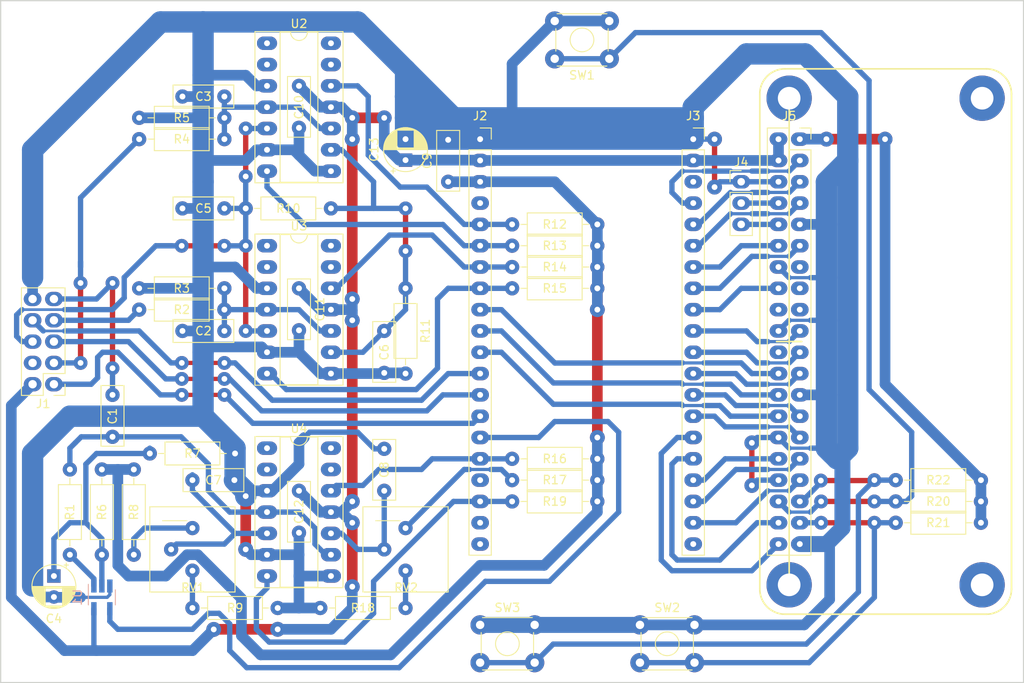
<source format=kicad_pcb>
(kicad_pcb (version 20171130) (host pcbnew 5.0.1-33cea8e~68~ubuntu16.04.1)
  (layers (0 F.Cu signal) (31 B.Cu signal) (34 B.Paste user) (35 F.Paste user) (36 B.SilkS user) (37 F.SilkS user) (38 B.Mask user) (39 F.Mask user) (44 Edge.Cuts user))
  (net 0 "")
  (net 1 "Net-(C1-Pad1)")
  (net 2 "Net-(C1-Pad2)")
  (net 3 GND)
  (net 4 "Net-(C2-Pad1)")
  (net 5 "Net-(C3-Pad1)")
  (net 6 "Net-(C4-Pad1)")
  (net 7 /CB)
  (net 8 "Net-(C6-Pad1)")
  (net 9 "Net-(C7-Pad1)")
  (net 10 "Net-(C8-Pad1)")
  (net 11 +3V3)
  (net 12 VCC)
  (net 13 CSS)
  (net 14 /PA)
  (net 15 FS_N)
  (net 16 /PB)
  (net 17 HS_N)
  (net 18 CLAMP)
  (net 19 SYNC)
  (net 20 Y)
  (net 21 BL)
  (net 22 BH)
  (net 23 gpio1)
  (net 24 gpio7)
  (net 25 gpio8)
  (net 26 AL)
  (net 27 AH)
  (net 28 gpio2)
  (net 29 gpio3)
  (net 30 gpio4)
  (net 31 gpio17)
  (net 32 gpio18)
  (net 33 gpio23)
  (net 34 gpio10)
  (net 35 gpio9)
  (net 36 gpio11)
  (net 37 gpio0)
  (net 38 gpio5)
  (net 39 gpio21)
  (net 40 gpio20)
  (net 41 gpio12)
  (net 42 gpio6)
  (net 43 gpio13)
  (net 44 "Net-(J4-Pad2)")
  (net 45 "Net-(J4-Pad3)")
  (net 46 +3.3VP)
  (net 47 gpio19)
  (net 48 gpio16)
  (net 49 gpio26)
  (net 50 "Net-(R1-Pad2)")
  (net 51 "Net-(R8-Pad2)")
  (net 52 "Net-(R9-Pad1)")
  (net 53 "Net-(R17-Pad2)")
  (net 54 "Net-(R18-Pad1)")
  (module Package_TO_SOT_SMD:SOT-23-5_HandSoldering (layer B.Cu) (at 132.715 143.51 270)
    (fp_text reference U1 (at 0 2.9 270) (layer B.SilkS) (effects (justify mirror)))
    (fp_text value 74LVC1G66)
    (pad 5 smd rect (at 1.35 0.95 270) (size 1.56 0.65) (layers B.Cu B.Paste B.Mask) (net 12 VCC))
    (pad 4 smd rect (at 1.35 -0.95 270) (size 1.56 0.65) (layers B.Cu B.Paste B.Mask) (net 18 CLAMP))
    (pad 3 smd rect (at -1.35 -0.95 270) (size 1.56 0.65) (layers B.Cu B.Paste B.Mask) (net 3 GND))
    (pad 2 smd rect (at -1.35 0 270) (size 1.56 0.65) (layers B.Cu B.Paste B.Mask) (net 6 "Net-(C4-Pad1)"))
    (pad 1 smd rect (at -1.35 0.95 270) (size 1.56 0.65) (layers B.Cu B.Paste B.Mask) (net 50 "Net-(R1-Pad2)"))
  )
  (module MountingHole:MountingHole_2.7mm_M2.5_Pad (layer F.Cu) (at 214.6322 142.0216)
    (fp_text reference REF** hide)
    (fp_text value MountingHole_2.7mm_M2.5_Pad)
    (pad 1 thru_hole circle (at 0 0) (size 5.4 5.4) (drill 2.7) (layers *.Cu *.Mask))
  )
  (module MountingHole:MountingHole_2.7mm_M2.5_Pad (layer F.Cu) (at 237.6322 142.0216)
    (fp_text reference REF** hide)
    (fp_text value MountingHole_2.7mm_M2.5_Pad)
    (pad 1 thru_hole circle (at 0 0) (size 5.4 5.4) (drill 2.7) (layers *.Cu *.Mask))
  )
  (module MountingHole:MountingHole_2.7mm_M2.5_Pad (layer F.Cu) (at 214.6322 84.0216)
    (fp_text reference REF** hide)
    (fp_text value MountingHole_2.7mm_M2.5_Pad)
    (pad 1 thru_hole circle (at 0 0) (size 5.4 5.4) (drill 2.7) (layers *.Cu *.Mask))
  )
  (module MountingHole:MountingHole_2.7mm_M2.5_Pad (layer F.Cu) (at 237.6322 84.0216)
    (fp_text reference REF** hide)
    (fp_text value MountingHole_2.7mm_M2.5_Pad)
    (pad 1 thru_hole circle (at 0 0) (size 5.4 5.4) (drill 2.7) (layers *.Cu *.Mask))
  )
  (module local:PinSocket_1x20_P2.54mm_Vertical (layer F.Cu) (at 177.8 88.9)
    (fp_text reference J2 (at 0 -2.77) (layer F.SilkS))
    (fp_text value Conn_01x20)
    (pad 1 thru_hole rect (at 0 0) (size 2.1 1.6) (drill 0.7) (layers *.Cu *.Mask) (net 3 GND))
    (pad 2 thru_hole oval (at 0 2.54) (size 2.1 1.6) (drill 0.7) (layers *.Cu *.Mask) (net 12 VCC))
    (pad 3 thru_hole oval (at 0 5.08) (size 2.1 1.6) (drill 0.7) (layers *.Cu *.Mask) (net 11 +3V3))
    (pad 4 thru_hole oval (at 0 7.62) (size 2.1 1.6) (drill 0.7) (layers *.Cu *.Mask))
    (pad 5 thru_hole oval (at 0 10.16) (size 2.1 1.6) (drill 0.7) (layers *.Cu *.Mask) (net 27 AH))
    (pad 6 thru_hole oval (at 0 12.7) (size 2.1 1.6) (drill 0.7) (layers *.Cu *.Mask) (net 26 AL))
    (pad 7 thru_hole oval (at 0 15.24) (size 2.1 1.6) (drill 0.7) (layers *.Cu *.Mask) (net 22 BH))
    (pad 8 thru_hole oval (at 0 17.78) (size 2.1 1.6) (drill 0.7) (layers *.Cu *.Mask) (net 21 BL))
    (pad 9 thru_hole oval (at 0 20.32) (size 2.1 1.6) (drill 0.7) (layers *.Cu *.Mask) (net 25 gpio8))
    (pad 10 thru_hole oval (at 0 22.86) (size 2.1 1.6) (drill 0.7) (layers *.Cu *.Mask) (net 24 gpio7))
    (pad 11 thru_hole oval (at 0 25.4) (size 2.1 1.6) (drill 0.7) (layers *.Cu *.Mask) (net 23 gpio1))
    (pad 12 thru_hole oval (at 0 27.94) (size 2.1 1.6) (drill 0.7) (layers *.Cu *.Mask) (net 17 HS_N))
    (pad 13 thru_hole oval (at 0 30.48) (size 2.1 1.6) (drill 0.7) (layers *.Cu *.Mask) (net 15 FS_N))
    (pad 14 thru_hole oval (at 0 33.02) (size 2.1 1.6) (drill 0.7) (layers *.Cu *.Mask) (net 13 CSS))
    (pad 15 thru_hole oval (at 0 35.56) (size 2.1 1.6) (drill 0.7) (layers *.Cu *.Mask) (net 18 CLAMP))
    (pad 16 thru_hole oval (at 0 38.1) (size 2.1 1.6) (drill 0.7) (layers *.Cu *.Mask) (net 20 Y))
    (pad 17 thru_hole oval (at 0 40.64) (size 2.1 1.6) (drill 0.7) (layers *.Cu *.Mask))
    (pad 18 thru_hole oval (at 0 43.18) (size 2.1 1.6) (drill 0.7) (layers *.Cu *.Mask) (net 19 SYNC))
    (pad 19 thru_hole oval (at 0 45.72) (size 2.1 1.6) (drill 0.7) (layers *.Cu *.Mask))
    (pad 20 thru_hole oval (at 0 48.26) (size 2.1 1.6) (drill 0.7) (layers *.Cu *.Mask))
  )
  (module local:PinSocket_1x20_P2.54mm_Vertical (layer F.Cu) (at 203.2 88.9)
    (fp_text reference J3 (at 0 -2.77) (layer F.SilkS))
    (fp_text value Conn_01x20)
    (pad 1 thru_hole rect (at 0 0) (size 2.1 1.6) (drill 0.7) (layers *.Cu *.Mask) (net 3 GND))
    (pad 2 thru_hole oval (at 0 2.54) (size 2.1 1.6) (drill 0.7) (layers *.Cu *.Mask) (net 12 VCC))
    (pad 3 thru_hole oval (at 0 5.08) (size 2.1 1.6) (drill 0.7) (layers *.Cu *.Mask))
    (pad 4 thru_hole oval (at 0 7.62) (size 2.1 1.6) (drill 0.7) (layers *.Cu *.Mask) (net 28 gpio2))
    (pad 5 thru_hole oval (at 0 10.16) (size 2.1 1.6) (drill 0.7) (layers *.Cu *.Mask) (net 29 gpio3))
    (pad 6 thru_hole oval (at 0 12.7) (size 2.1 1.6) (drill 0.7) (layers *.Cu *.Mask) (net 30 gpio4))
    (pad 7 thru_hole oval (at 0 15.24) (size 2.1 1.6) (drill 0.7) (layers *.Cu *.Mask) (net 32 gpio18))
    (pad 8 thru_hole oval (at 0 17.78) (size 2.1 1.6) (drill 0.7) (layers *.Cu *.Mask) (net 31 gpio17))
    (pad 9 thru_hole oval (at 0 20.32) (size 2.1 1.6) (drill 0.7) (layers *.Cu *.Mask) (net 33 gpio23))
    (pad 10 thru_hole oval (at 0 22.86) (size 2.1 1.6) (drill 0.7) (layers *.Cu *.Mask) (net 34 gpio10))
    (pad 11 thru_hole oval (at 0 25.4) (size 2.1 1.6) (drill 0.7) (layers *.Cu *.Mask) (net 35 gpio9))
    (pad 12 thru_hole oval (at 0 27.94) (size 2.1 1.6) (drill 0.7) (layers *.Cu *.Mask) (net 36 gpio11))
    (pad 13 thru_hole oval (at 0 30.48) (size 2.1 1.6) (drill 0.7) (layers *.Cu *.Mask) (net 37 gpio0))
    (pad 14 thru_hole oval (at 0 33.02) (size 2.1 1.6) (drill 0.7) (layers *.Cu *.Mask) (net 38 gpio5))
    (pad 15 thru_hole oval (at 0 35.56) (size 2.1 1.6) (drill 0.7) (layers *.Cu *.Mask) (net 39 gpio21))
    (pad 16 thru_hole oval (at 0 38.1) (size 2.1 1.6) (drill 0.7) (layers *.Cu *.Mask) (net 40 gpio20))
    (pad 17 thru_hole oval (at 0 40.64) (size 2.1 1.6) (drill 0.7) (layers *.Cu *.Mask) (net 41 gpio12))
    (pad 18 thru_hole oval (at 0 43.18) (size 2.1 1.6) (drill 0.7) (layers *.Cu *.Mask) (net 42 gpio6))
    (pad 19 thru_hole oval (at 0 45.72) (size 2.1 1.6) (drill 0.7) (layers *.Cu *.Mask) (net 43 gpio13))
    (pad 20 thru_hole oval (at 0 48.26) (size 2.1 1.6) (drill 0.7) (layers *.Cu *.Mask))
  )
  (module local:PinHeader_2x05_P2.54mm_Vertical (layer F.Cu) (at 127 118.11 180)
    (fp_text reference J1 (at 1.27 -2.33 180) (layer F.SilkS))
    (fp_text value Conn_02x05_Odd_Even)
    (pad 10 thru_hole oval (at 2.54 10.16 180) (size 2.1 1.7) (drill 1) (layers *.Cu *.Mask) (net 3 GND))
    (pad 9 thru_hole oval (at 0 10.16 180) (size 2.1 1.7) (drill 1) (layers *.Cu *.Mask) (net 1 "Net-(C1-Pad1)"))
    (pad 8 thru_hole oval (at 2.54 7.62 180) (size 2.1 1.7) (drill 1) (layers *.Cu *.Mask) (net 17 HS_N))
    (pad 7 thru_hole oval (at 0 7.62 180) (size 2.1 1.7) (drill 1) (layers *.Cu *.Mask) (net 16 /PB))
    (pad 6 thru_hole oval (at 2.54 5.08 180) (size 2.1 1.7) (drill 1) (layers *.Cu *.Mask) (net 7 /CB))
    (pad 5 thru_hole oval (at 0 5.08 180) (size 2.1 1.7) (drill 1) (layers *.Cu *.Mask) (net 15 FS_N))
    (pad 4 thru_hole oval (at 2.54 2.54 180) (size 2.1 1.7) (drill 1) (layers *.Cu *.Mask))
    (pad 3 thru_hole oval (at 0 2.54 180) (size 2.1 1.7) (drill 1) (layers *.Cu *.Mask) (net 14 /PA))
    (pad 2 thru_hole oval (at 2.54 0 180) (size 2.1 1.7) (drill 1) (layers *.Cu *.Mask) (net 12 VCC))
    (pad 1 thru_hole oval (at 0 0 180) (size 2.1 1.7) (drill 1) (layers *.Cu *.Mask) (net 13 CSS))
  )
  (module local:C_Rect_L7.0mm_W2.5mm_P5.00mm (layer F.Cu) (at 133.985 119.38 270)
    (fp_text reference C1 (at 2.54 0 270) (layer F.SilkS))
    (fp_text value 100n)
    (pad 2 thru_hole circle (at 5 0 270) (size 1.7 1.7) (drill 0.7) (layers *.Cu *.Mask) (net 2 "Net-(C1-Pad2)"))
    (pad 1 thru_hole circle (at 0 0 270) (size 1.7 1.7) (drill 0.7) (layers *.Cu *.Mask) (net 1 "Net-(C1-Pad1)"))
  )
  (module local:C_Rect_L7.0mm_W2.5mm_P5.00mm (layer F.Cu) (at 147.32 111.76 180)
    (fp_text reference C2 (at 2.5 0 180) (layer F.SilkS))
    (fp_text value 27p)
    (pad 2 thru_hole circle (at 5 0 180) (size 1.7 1.7) (drill 0.7) (layers *.Cu *.Mask) (net 3 GND))
    (pad 1 thru_hole circle (at 0 0 180) (size 1.7 1.7) (drill 0.7) (layers *.Cu *.Mask) (net 4 "Net-(C2-Pad1)"))
  )
  (module local:C_Rect_L7.0mm_W2.5mm_P5.00mm (layer F.Cu) (at 147.32 83.82 180)
    (fp_text reference C3 (at 2.5 0 180) (layer F.SilkS))
    (fp_text value 27p)
    (pad 2 thru_hole circle (at 5 0 180) (size 1.7 1.7) (drill 0.7) (layers *.Cu *.Mask) (net 3 GND))
    (pad 1 thru_hole circle (at 0 0 180) (size 1.7 1.7) (drill 0.7) (layers *.Cu *.Mask) (net 5 "Net-(C3-Pad1)"))
  )
  (module local:CP_Radial_D5.0mm_P2.50mm (layer F.Cu) (at 127 140.97 270)
    (fp_text reference C4 (at 5.08 0) (layer F.SilkS))
    (fp_text value 10u)
    (pad 2 thru_hole circle (at 2.5 0 270) (size 1.6 1.6) (drill 0.7) (layers *.Cu *.Mask) (net 3 GND))
    (pad 1 thru_hole rect (at 0 0 270) (size 1.6 1.6) (drill 0.7) (layers *.Cu *.Mask) (net 6 "Net-(C4-Pad1)"))
  )
  (module local:C_Rect_L7.0mm_W2.5mm_P5.00mm (layer F.Cu) (at 147.32 97.155 180)
    (fp_text reference C5 (at 2.5 0 180) (layer F.SilkS))
    (fp_text value 47n)
    (pad 2 thru_hole circle (at 5 0 180) (size 1.7 1.7) (drill 0.7) (layers *.Cu *.Mask) (net 3 GND))
    (pad 1 thru_hole circle (at 0 0 180) (size 1.7 1.7) (drill 0.7) (layers *.Cu *.Mask) (net 7 /CB))
  )
  (module local:C_Rect_L7.0mm_W2.5mm_P5.00mm (layer F.Cu) (at 166.37 111.76 270)
    (fp_text reference C6 (at 2.54 0 270) (layer F.SilkS))
    (fp_text value 47n)
    (pad 2 thru_hole circle (at 5 0 270) (size 1.7 1.7) (drill 0.7) (layers *.Cu *.Mask) (net 3 GND))
    (pad 1 thru_hole circle (at 0 0 270) (size 1.7 1.7) (drill 0.7) (layers *.Cu *.Mask) (net 8 "Net-(C6-Pad1)"))
  )
  (module local:C_Rect_L7.0mm_W2.5mm_P5.00mm (layer F.Cu) (at 143.51 129.54)
    (fp_text reference C7 (at 2.5 0) (layer F.SilkS))
    (fp_text value 100n)
    (pad 2 thru_hole circle (at 5 0) (size 1.7 1.7) (drill 0.7) (layers *.Cu *.Mask) (net 3 GND))
    (pad 1 thru_hole circle (at 0 0) (size 1.7 1.7) (drill 0.7) (layers *.Cu *.Mask) (net 9 "Net-(C7-Pad1)"))
  )
  (module local:C_Rect_L7.0mm_W2.5mm_P5.00mm (layer F.Cu) (at 166.37 130.81 90)
    (fp_text reference C8 (at 2.5 0 90) (layer F.SilkS))
    (fp_text value 100n)
    (pad 2 thru_hole circle (at 5 0 90) (size 1.7 1.7) (drill 0.7) (layers *.Cu *.Mask) (net 3 GND))
    (pad 1 thru_hole circle (at 0 0 90) (size 1.7 1.7) (drill 0.7) (layers *.Cu *.Mask) (net 10 "Net-(C8-Pad1)"))
  )
  (module local:C_Rect_L7.0mm_W2.5mm_P5.00mm (layer F.Cu) (at 173.99 93.98 90)
    (fp_text reference C9 (at 2.5 -2.5 90) (layer F.SilkS))
    (fp_text value 100n)
    (pad 2 thru_hole circle (at 5 0 90) (size 1.7 1.7) (drill 0.7) (layers *.Cu *.Mask) (net 3 GND))
    (pad 1 thru_hole circle (at 0 0 90) (size 1.7 1.7) (drill 0.7) (layers *.Cu *.Mask) (net 11 +3V3))
  )
  (module local:C_Rect_L7.0mm_W2.5mm_P5.00mm (layer F.Cu) (at 156.21 82.55 270)
    (fp_text reference C10 (at 2.54 0 270) (layer F.SilkS))
    (fp_text value 100n)
    (pad 2 thru_hole circle (at 5 0 270) (size 1.7 1.7) (drill 0.7) (layers *.Cu *.Mask) (net 3 GND))
    (pad 1 thru_hole circle (at 0 0 270) (size 1.7 1.7) (drill 0.7) (layers *.Cu *.Mask) (net 12 VCC))
  )
  (module local:C_Rect_L7.0mm_W2.5mm_P5.00mm (layer F.Cu) (at 156.21 106.68 270)
    (fp_text reference C11 (at 2.5 -2.5 270) (layer F.SilkS))
    (fp_text value 100n)
    (pad 2 thru_hole circle (at 5 0 270) (size 1.7 1.7) (drill 0.7) (layers *.Cu *.Mask) (net 3 GND))
    (pad 1 thru_hole circle (at 0 0 270) (size 1.7 1.7) (drill 0.7) (layers *.Cu *.Mask) (net 12 VCC))
  )
  (module local:C_Rect_L7.0mm_W2.5mm_P5.00mm (layer F.Cu) (at 156.21 130.81 270)
    (fp_text reference C12 (at 2.5 0 270) (layer F.SilkS))
    (fp_text value 100n)
    (pad 2 thru_hole circle (at 5 0 270) (size 1.7 1.7) (drill 0.7) (layers *.Cu *.Mask) (net 3 GND))
    (pad 1 thru_hole circle (at 0 0 270) (size 1.7 1.7) (drill 0.7) (layers *.Cu *.Mask) (net 12 VCC))
  )
  (module local:CP_Radial_D5.0mm_P2.50mm (layer F.Cu) (at 168.91 91.4 90)
    (fp_text reference C13 (at 1.25 -3.75 90) (layer F.SilkS))
    (fp_text value 10u)
    (pad 2 thru_hole circle (at 2.5 0 90) (size 1.6 1.6) (drill 0.7) (layers *.Cu *.Mask) (net 3 GND))
    (pad 1 thru_hole rect (at 0 0 90) (size 1.6 1.6) (drill 0.7) (layers *.Cu *.Mask) (net 12 VCC))
  )
  (module local:PinHeader_1x03_P2.54mm_Vertical (layer F.Cu) (at 208.915 93.98)
    (fp_text reference J4 (at 0 -2.33) (layer F.SilkS))
    (fp_text value Conn_01x03)
    (pad 3 thru_hole oval (at 0 5.08) (size 2.1 1.6) (drill 0.9) (layers *.Cu *.Mask) (net 45 "Net-(J4-Pad3)"))
    (pad 2 thru_hole oval (at 0 2.54) (size 2.1 1.6) (drill 0.9) (layers *.Cu *.Mask) (net 44 "Net-(J4-Pad2)"))
    (pad 1 thru_hole oval (at 0 0) (size 2.1 1.6) (drill 0.9) (layers *.Cu *.Mask) (net 3 GND))
  )
  (module local:PinSocket_2x20_P2.54mm_Vertical (layer F.Cu) (at 215.9 88.9)
    (fp_text reference J5 (at -1.27 -2.77) (layer F.SilkS))
    (fp_text value Conn_02x20_Odd_Even)
    (pad 40 thru_hole oval (at -2.54 48.26) (size 2.1 1.6) (drill 0.7) (layers *.Cu *.Mask) (net 39 gpio21))
    (pad 39 thru_hole oval (at 0 48.26) (size 2.1 1.6) (drill 0.7) (layers *.Cu *.Mask) (net 3 GND))
    (pad 38 thru_hole oval (at -2.54 45.72) (size 2.1 1.6) (drill 0.7) (layers *.Cu *.Mask) (net 40 gpio20))
    (pad 37 thru_hole oval (at 0 45.72) (size 2.1 1.6) (drill 0.7) (layers *.Cu *.Mask) (net 49 gpio26))
    (pad 36 thru_hole oval (at -2.54 43.18) (size 2.1 1.6) (drill 0.7) (layers *.Cu *.Mask) (net 48 gpio16))
    (pad 35 thru_hole oval (at 0 43.18) (size 2.1 1.6) (drill 0.7) (layers *.Cu *.Mask) (net 47 gpio19))
    (pad 34 thru_hole oval (at -2.54 40.64) (size 2.1 1.6) (drill 0.7) (layers *.Cu *.Mask) (net 3 GND))
    (pad 33 thru_hole oval (at 0 40.64) (size 2.1 1.6) (drill 0.7) (layers *.Cu *.Mask) (net 43 gpio13))
    (pad 32 thru_hole oval (at -2.54 38.1) (size 2.1 1.6) (drill 0.7) (layers *.Cu *.Mask) (net 41 gpio12))
    (pad 31 thru_hole oval (at 0 38.1) (size 2.1 1.6) (drill 0.7) (layers *.Cu *.Mask) (net 42 gpio6))
    (pad 30 thru_hole oval (at -2.54 35.56) (size 2.1 1.6) (drill 0.7) (layers *.Cu *.Mask) (net 3 GND))
    (pad 29 thru_hole oval (at 0 35.56) (size 2.1 1.6) (drill 0.7) (layers *.Cu *.Mask) (net 38 gpio5))
    (pad 28 thru_hole oval (at -2.54 33.02) (size 2.1 1.6) (drill 0.7) (layers *.Cu *.Mask) (net 23 gpio1))
    (pad 27 thru_hole oval (at 0 33.02) (size 2.1 1.6) (drill 0.7) (layers *.Cu *.Mask) (net 37 gpio0))
    (pad 26 thru_hole oval (at -2.54 30.48) (size 2.1 1.6) (drill 0.7) (layers *.Cu *.Mask) (net 24 gpio7))
    (pad 25 thru_hole oval (at 0 30.48) (size 2.1 1.6) (drill 0.7) (layers *.Cu *.Mask) (net 3 GND))
    (pad 24 thru_hole oval (at -2.54 27.94) (size 2.1 1.6) (drill 0.7) (layers *.Cu *.Mask) (net 25 gpio8))
    (pad 23 thru_hole oval (at 0 27.94) (size 2.1 1.6) (drill 0.7) (layers *.Cu *.Mask) (net 36 gpio11))
    (pad 22 thru_hole oval (at -2.54 25.4) (size 2.1 1.6) (drill 0.7) (layers *.Cu *.Mask))
    (pad 21 thru_hole oval (at 0 25.4) (size 2.1 1.6) (drill 0.7) (layers *.Cu *.Mask) (net 35 gpio9))
    (pad 20 thru_hole oval (at -2.54 22.86) (size 2.1 1.6) (drill 0.7) (layers *.Cu *.Mask) (net 3 GND))
    (pad 19 thru_hole oval (at 0 22.86) (size 2.1 1.6) (drill 0.7) (layers *.Cu *.Mask) (net 34 gpio10))
    (pad 18 thru_hole oval (at -2.54 20.32) (size 2.1 1.6) (drill 0.7) (layers *.Cu *.Mask))
    (pad 17 thru_hole oval (at 0 20.32) (size 2.1 1.6) (drill 0.7) (layers *.Cu *.Mask))
    (pad 16 thru_hole oval (at -2.54 17.78) (size 2.1 1.6) (drill 0.7) (layers *.Cu *.Mask) (net 33 gpio23))
    (pad 15 thru_hole oval (at 0 17.78) (size 2.1 1.6) (drill 0.7) (layers *.Cu *.Mask))
    (pad 14 thru_hole oval (at -2.54 15.24) (size 2.1 1.6) (drill 0.7) (layers *.Cu *.Mask) (net 3 GND))
    (pad 13 thru_hole oval (at 0 15.24) (size 2.1 1.6) (drill 0.7) (layers *.Cu *.Mask))
    (pad 12 thru_hole oval (at -2.54 12.7) (size 2.1 1.6) (drill 0.7) (layers *.Cu *.Mask) (net 32 gpio18))
    (pad 11 thru_hole oval (at 0 12.7) (size 2.1 1.6) (drill 0.7) (layers *.Cu *.Mask) (net 31 gpio17))
    (pad 10 thru_hole oval (at -2.54 10.16) (size 2.1 1.6) (drill 0.7) (layers *.Cu *.Mask) (net 45 "Net-(J4-Pad3)"))
    (pad 9 thru_hole oval (at 0 10.16) (size 2.1 1.6) (drill 0.7) (layers *.Cu *.Mask) (net 3 GND))
    (pad 8 thru_hole oval (at -2.54 7.62) (size 2.1 1.6) (drill 0.7) (layers *.Cu *.Mask) (net 44 "Net-(J4-Pad2)"))
    (pad 7 thru_hole oval (at 0 7.62) (size 2.1 1.6) (drill 0.7) (layers *.Cu *.Mask) (net 30 gpio4))
    (pad 6 thru_hole oval (at -2.54 5.08) (size 2.1 1.6) (drill 0.7) (layers *.Cu *.Mask) (net 3 GND))
    (pad 5 thru_hole oval (at 0 5.08) (size 2.1 1.6) (drill 0.7) (layers *.Cu *.Mask) (net 29 gpio3))
    (pad 4 thru_hole oval (at -2.54 2.54) (size 2.1 1.6) (drill 0.7) (layers *.Cu *.Mask) (net 12 VCC))
    (pad 3 thru_hole oval (at 0 2.54) (size 2.1 1.6) (drill 0.7) (layers *.Cu *.Mask) (net 28 gpio2))
    (pad 2 thru_hole oval (at -2.54 0) (size 2.1 1.6) (drill 0.7) (layers *.Cu *.Mask) (net 12 VCC))
    (pad 1 thru_hole oval (at 0 0) (size 2.1 1.6) (drill 0.7) (layers *.Cu *.Mask) (net 46 +3.3VP))
  )
  (module local:R_Axial_DIN0207_L6.3mm_D2.5mm_P10.16mm_Horizontal (layer F.Cu) (at 128.905 128.27 270)
    (fp_text reference R1 (at 5.08 0 270) (layer F.SilkS))
    (fp_text value 100R)
    (pad 1 thru_hole circle (at 0 0 270) (size 1.7 1.7) (drill 0.7) (layers *.Cu *.Mask) (net 2 "Net-(C1-Pad2)"))
    (pad 2 thru_hole oval (at 10.16 0 270) (size 1.7 1.7) (drill 0.7) (layers *.Cu *.Mask) (net 50 "Net-(R1-Pad2)"))
  )
  (module local:R_Axial_DIN0207_L6.3mm_D2.5mm_P10.16mm_Horizontal (layer F.Cu) (at 137.16 109.22)
    (fp_text reference R2 (at 5.08 0) (layer F.SilkS))
    (fp_text value 1K1)
    (pad 1 thru_hole circle (at 0 0) (size 1.7 1.7) (drill 0.7) (layers *.Cu *.Mask) (net 16 /PB))
    (pad 2 thru_hole oval (at 10.16 0) (size 1.7 1.7) (drill 0.7) (layers *.Cu *.Mask) (net 4 "Net-(C2-Pad1)"))
  )
  (module local:R_Axial_DIN0207_L6.3mm_D2.5mm_P10.16mm_Horizontal (layer F.Cu) (at 147.32 106.68 180)
    (fp_text reference R3 (at 5.08 0 180) (layer F.SilkS))
    (fp_text value 7K5)
    (pad 1 thru_hole circle (at 0 0 180) (size 1.7 1.7) (drill 0.7) (layers *.Cu *.Mask) (net 4 "Net-(C2-Pad1)"))
    (pad 2 thru_hole oval (at 10.16 0 180) (size 1.7 1.7) (drill 0.7) (layers *.Cu *.Mask) (net 3 GND))
  )
  (module local:R_Axial_DIN0207_L6.3mm_D2.5mm_P10.16mm_Horizontal (layer F.Cu) (at 137.16 88.9)
    (fp_text reference R4 (at 5.08 0) (layer F.SilkS))
    (fp_text value 1K1)
    (pad 1 thru_hole circle (at 0 0) (size 1.7 1.7) (drill 0.7) (layers *.Cu *.Mask) (net 14 /PA))
    (pad 2 thru_hole oval (at 10.16 0) (size 1.7 1.7) (drill 0.7) (layers *.Cu *.Mask) (net 5 "Net-(C3-Pad1)"))
  )
  (module local:R_Axial_DIN0207_L6.3mm_D2.5mm_P10.16mm_Horizontal (layer F.Cu) (at 147.32 86.36 180)
    (fp_text reference R5 (at 5.08 0 180) (layer F.SilkS))
    (fp_text value 7K5)
    (pad 1 thru_hole circle (at 0 0 180) (size 1.7 1.7) (drill 0.7) (layers *.Cu *.Mask) (net 5 "Net-(C3-Pad1)"))
    (pad 2 thru_hole oval (at 10.16 0 180) (size 1.7 1.7) (drill 0.7) (layers *.Cu *.Mask) (net 3 GND))
  )
  (module local:R_Axial_DIN0207_L6.3mm_D2.5mm_P10.16mm_Horizontal (layer F.Cu) (at 132.715 128.27 270)
    (fp_text reference R6 (at 5.08 0 270) (layer F.SilkS))
    (fp_text value 1K)
    (pad 1 thru_hole circle (at 0 0 270) (size 1.7 1.7) (drill 0.7) (layers *.Cu *.Mask) (net 11 +3V3))
    (pad 2 thru_hole oval (at 10.16 0 270) (size 1.7 1.7) (drill 0.7) (layers *.Cu *.Mask) (net 6 "Net-(C4-Pad1)"))
  )
  (module local:R_Axial_DIN0207_L6.3mm_D2.5mm_P10.16mm_Horizontal (layer F.Cu) (at 138.43 126.365)
    (fp_text reference R7 (at 5.08 0) (layer F.SilkS))
    (fp_text value 430R)
    (pad 1 thru_hole circle (at 0 0) (size 1.7 1.7) (drill 0.7) (layers *.Cu *.Mask) (net 6 "Net-(C4-Pad1)"))
    (pad 2 thru_hole oval (at 10.16 0) (size 1.7 1.7) (drill 0.7) (layers *.Cu *.Mask) (net 3 GND))
  )
  (module local:R_Axial_DIN0207_L6.3mm_D2.5mm_P10.16mm_Horizontal (layer F.Cu) (at 136.525 128.27 270)
    (fp_text reference R8 (at 5.08 0 270) (layer F.SilkS))
    (fp_text value 470R)
    (pad 1 thru_hole circle (at 0 0 270) (size 1.7 1.7) (drill 0.7) (layers *.Cu *.Mask) (net 11 +3V3))
    (pad 2 thru_hole oval (at 10.16 0 270) (size 1.7 1.7) (drill 0.7) (layers *.Cu *.Mask) (net 51 "Net-(R8-Pad2)"))
  )
  (module local:R_Axial_DIN0207_L6.3mm_D2.5mm_P10.16mm_Horizontal (layer F.Cu) (at 143.51 144.78)
    (fp_text reference R9 (at 5.08 0) (layer F.SilkS))
    (fp_text value 470R)
    (pad 1 thru_hole circle (at 0 0) (size 1.7 1.7) (drill 0.7) (layers *.Cu *.Mask) (net 52 "Net-(R9-Pad1)"))
    (pad 2 thru_hole oval (at 10.16 0) (size 1.7 1.7) (drill 0.7) (layers *.Cu *.Mask) (net 3 GND))
  )
  (module local:R_Axial_DIN0207_L6.3mm_D2.5mm_P10.16mm_Horizontal (layer F.Cu) (at 149.86 97.155)
    (fp_text reference R10 (at 5.08 0) (layer F.SilkS))
    (fp_text value 5K6)
    (pad 1 thru_hole circle (at 0 0) (size 1.7 1.7) (drill 0.7) (layers *.Cu *.Mask) (net 7 /CB))
    (pad 2 thru_hole oval (at 10.16 0) (size 1.7 1.7) (drill 0.7) (layers *.Cu *.Mask) (net 8 "Net-(C6-Pad1)"))
  )
  (module local:R_Axial_DIN0207_L6.3mm_D2.5mm_P10.16mm_Horizontal (layer F.Cu) (at 168.91 106.68 270)
    (fp_text reference R11 (at 5.08 -2.37 270) (layer F.SilkS))
    (fp_text value 12K)
    (pad 1 thru_hole circle (at 0 0 270) (size 1.7 1.7) (drill 0.7) (layers *.Cu *.Mask) (net 8 "Net-(C6-Pad1)"))
    (pad 2 thru_hole oval (at 10.16 0 270) (size 1.7 1.7) (drill 0.7) (layers *.Cu *.Mask) (net 3 GND))
  )
  (module local:R_Axial_DIN0207_L6.3mm_D2.5mm_P10.16mm_Horizontal (layer F.Cu) (at 191.77 99.06 180)
    (fp_text reference R12 (at 5.08 0 180) (layer F.SilkS))
    (fp_text value 470R)
    (pad 1 thru_hole circle (at 0 0 180) (size 1.7 1.7) (drill 0.7) (layers *.Cu *.Mask) (net 11 +3V3))
    (pad 2 thru_hole oval (at 10.16 0 180) (size 1.7 1.7) (drill 0.7) (layers *.Cu *.Mask) (net 27 AH))
  )
  (module local:R_Axial_DIN0207_L6.3mm_D2.5mm_P10.16mm_Horizontal (layer F.Cu) (at 191.77 101.6 180)
    (fp_text reference R13 (at 5.08 0 180) (layer F.SilkS))
    (fp_text value 470R)
    (pad 1 thru_hole circle (at 0 0 180) (size 1.7 1.7) (drill 0.7) (layers *.Cu *.Mask) (net 11 +3V3))
    (pad 2 thru_hole oval (at 10.16 0 180) (size 1.7 1.7) (drill 0.7) (layers *.Cu *.Mask) (net 26 AL))
  )
  (module local:R_Axial_DIN0207_L6.3mm_D2.5mm_P10.16mm_Horizontal (layer F.Cu) (at 191.77 104.14 180)
    (fp_text reference R14 (at 5.08 0 180) (layer F.SilkS))
    (fp_text value 470R)
    (pad 1 thru_hole circle (at 0 0 180) (size 1.7 1.7) (drill 0.7) (layers *.Cu *.Mask) (net 11 +3V3))
    (pad 2 thru_hole oval (at 10.16 0 180) (size 1.7 1.7) (drill 0.7) (layers *.Cu *.Mask) (net 22 BH))
  )
  (module local:R_Axial_DIN0207_L6.3mm_D2.5mm_P10.16mm_Horizontal (layer F.Cu) (at 191.77 106.68 180)
    (fp_text reference R15 (at 5.08 0 180) (layer F.SilkS))
    (fp_text value 470R)
    (pad 1 thru_hole circle (at 0 0 180) (size 1.7 1.7) (drill 0.7) (layers *.Cu *.Mask) (net 11 +3V3))
    (pad 2 thru_hole oval (at 10.16 0 180) (size 1.7 1.7) (drill 0.7) (layers *.Cu *.Mask) (net 21 BL))
  )
  (module local:R_Axial_DIN0207_L6.3mm_D2.5mm_P10.16mm_Horizontal (layer F.Cu) (at 191.77 127 180)
    (fp_text reference R16 (at 5.08 0 180) (layer F.SilkS))
    (fp_text value 470R)
    (pad 1 thru_hole circle (at 0 0 180) (size 1.7 1.7) (drill 0.7) (layers *.Cu *.Mask) (net 11 +3V3))
    (pad 2 thru_hole oval (at 10.16 0 180) (size 1.7 1.7) (drill 0.7) (layers *.Cu *.Mask) (net 20 Y))
  )
  (module local:R_Axial_DIN0207_L6.3mm_D2.5mm_P10.16mm_Horizontal (layer F.Cu) (at 191.77 129.54 180)
    (fp_text reference R17 (at 5.08 0.024999 180) (layer F.SilkS))
    (fp_text value 470R)
    (pad 1 thru_hole circle (at 0 0 180) (size 1.7 1.7) (drill 0.7) (layers *.Cu *.Mask) (net 11 +3V3))
    (pad 2 thru_hole oval (at 10.16 0 180) (size 1.7 1.7) (drill 0.7) (layers *.Cu *.Mask) (net 53 "Net-(R17-Pad2)"))
  )
  (module local:R_Axial_DIN0207_L6.3mm_D2.5mm_P10.16mm_Horizontal (layer F.Cu) (at 168.91 144.78 180)
    (fp_text reference R18 (at 5.08 0 180) (layer F.SilkS))
    (fp_text value 470R)
    (pad 1 thru_hole circle (at 0 0 180) (size 1.7 1.7) (drill 0.7) (layers *.Cu *.Mask) (net 54 "Net-(R18-Pad1)"))
    (pad 2 thru_hole oval (at 10.16 0 180) (size 1.7 1.7) (drill 0.7) (layers *.Cu *.Mask) (net 3 GND))
  )
  (module local:R_Axial_DIN0207_L6.3mm_D2.5mm_P10.16mm_Horizontal (layer F.Cu) (at 191.77 132.08 180)
    (fp_text reference R19 (at 5.08 0 180) (layer F.SilkS))
    (fp_text value 470R)
    (pad 1 thru_hole circle (at 0 0 180) (size 1.7 1.7) (drill 0.7) (layers *.Cu *.Mask) (net 11 +3V3))
    (pad 2 thru_hole oval (at 10.16 0 180) (size 1.7 1.7) (drill 0.7) (layers *.Cu *.Mask) (net 19 SYNC))
  )
  (module local:R_Axial_DIN0207_L6.3mm_D2.5mm_P10.16mm_Horizontal (layer F.Cu) (at 237.49 132.08 180)
    (fp_text reference R20 (at 5.08 0 180) (layer F.SilkS))
    (fp_text value 10K)
    (pad 1 thru_hole circle (at 0 0 180) (size 1.7 1.7) (drill 0.7) (layers *.Cu *.Mask) (net 46 +3.3VP))
    (pad 2 thru_hole oval (at 10.16 0 180) (size 1.7 1.7) (drill 0.7) (layers *.Cu *.Mask) (net 48 gpio16))
  )
  (module local:R_Axial_DIN0207_L6.3mm_D2.5mm_P10.16mm_Horizontal (layer F.Cu) (at 237.49 134.62 180)
    (fp_text reference R21 (at 5.08 0 180) (layer F.SilkS))
    (fp_text value 10K)
    (pad 1 thru_hole circle (at 0 0 180) (size 1.7 1.7) (drill 0.7) (layers *.Cu *.Mask) (net 46 +3.3VP))
    (pad 2 thru_hole oval (at 10.16 0 180) (size 1.7 1.7) (drill 0.7) (layers *.Cu *.Mask) (net 49 gpio26))
  )
  (module local:R_Axial_DIN0207_L6.3mm_D2.5mm_P10.16mm_Horizontal (layer F.Cu) (at 237.49 129.54 180)
    (fp_text reference R22 (at 5.08 0 180) (layer F.SilkS))
    (fp_text value 10K)
    (pad 1 thru_hole circle (at 0 0 180) (size 1.7 1.7) (drill 0.7) (layers *.Cu *.Mask) (net 46 +3.3VP))
    (pad 2 thru_hole oval (at 10.16 0 180) (size 1.7 1.7) (drill 0.7) (layers *.Cu *.Mask) (net 47 gpio19))
  )
  (module local:Potentiometer_Vishay_T73YP_Vertical (layer F.Cu) (at 143.51 135.255 180)
    (fp_text reference RV1 (at -0.06 -7.09 180) (layer F.SilkS))
    (fp_text value 1K0)
    (pad 1 thru_hole circle (at 0 0 180) (size 1.7 1.7) (drill 0.7) (layers *.Cu *.Mask) (net 51 "Net-(R8-Pad2)"))
    (pad 2 thru_hole circle (at 2.54 -2.54 180) (size 1.7 1.7) (drill 0.7) (layers *.Cu *.Mask) (net 9 "Net-(C7-Pad1)"))
    (pad 3 thru_hole circle (at 0 -5.08 180) (size 1.7 1.7) (drill 0.7) (layers *.Cu *.Mask) (net 52 "Net-(R9-Pad1)"))
  )
  (module local:Potentiometer_Vishay_T73YP_Vertical (layer F.Cu) (at 168.91 135.255 180)
    (fp_text reference RV2 (at -0.06 -7.09 180) (layer F.SilkS))
    (fp_text value 1K0)
    (pad 1 thru_hole circle (at 0 0 180) (size 1.7 1.7) (drill 0.7) (layers *.Cu *.Mask) (net 53 "Net-(R17-Pad2)"))
    (pad 2 thru_hole circle (at 2.54 -2.54 180) (size 1.7 1.7) (drill 0.7) (layers *.Cu *.Mask) (net 10 "Net-(C8-Pad1)"))
    (pad 3 thru_hole circle (at 0 -5.08 180) (size 1.7 1.7) (drill 0.7) (layers *.Cu *.Mask) (net 54 "Net-(R18-Pad1)"))
  )
  (module local:SW_TH_Tactile_Omron_B3F-10xx (layer F.Cu) (at 186.69 74.82)
    (fp_text reference SW1 (at 3.25 6.46) (layer F.SilkS))
    (fp_text value SW_Push_Dual)
    (pad 1 thru_hole circle (at 0 0) (size 2.3 2.3) (drill 1) (layers *.Cu *.Mask) (net 3 GND))
    (pad 2 thru_hole circle (at 6.5 0) (size 2.3 2.3) (drill 1) (layers *.Cu *.Mask) (net 3 GND))
    (pad 3 thru_hole circle (at 0 4.5) (size 2.3 2.3) (drill 1) (layers *.Cu *.Mask) (net 48 gpio16))
    (pad 4 thru_hole circle (at 6.5 4.5) (size 2.3 2.3) (drill 1) (layers *.Cu *.Mask) (net 48 gpio16))
  )
  (module local:SW_TH_Tactile_Omron_B3F-10xx (layer F.Cu) (at 196.85 146.795)
    (fp_text reference SW2 (at 3.25 -2.05) (layer F.SilkS))
    (fp_text value SW_Push_Dual)
    (pad 1 thru_hole circle (at 0 0) (size 2.3 2.3) (drill 1) (layers *.Cu *.Mask) (net 3 GND))
    (pad 2 thru_hole circle (at 6.5 0) (size 2.3 2.3) (drill 1) (layers *.Cu *.Mask) (net 3 GND))
    (pad 3 thru_hole circle (at 0 4.5) (size 2.3 2.3) (drill 1) (layers *.Cu *.Mask) (net 49 gpio26))
    (pad 4 thru_hole circle (at 6.5 4.5) (size 2.3 2.3) (drill 1) (layers *.Cu *.Mask) (net 49 gpio26))
  )
  (module local:SW_TH_Tactile_Omron_B3F-10xx (layer F.Cu) (at 177.8 146.795)
    (fp_text reference SW3 (at 3.25 -2.05) (layer F.SilkS))
    (fp_text value SW_Push_Dual)
    (pad 1 thru_hole circle (at 0 0) (size 2.3 2.3) (drill 1) (layers *.Cu *.Mask) (net 3 GND))
    (pad 2 thru_hole circle (at 6.5 0) (size 2.3 2.3) (drill 1) (layers *.Cu *.Mask) (net 3 GND))
    (pad 3 thru_hole circle (at 0 4.5) (size 2.3 2.3) (drill 1) (layers *.Cu *.Mask) (net 47 gpio19))
    (pad 4 thru_hole circle (at 6.5 4.5) (size 2.3 2.3) (drill 1) (layers *.Cu *.Mask) (net 47 gpio19))
  )
  (module local:DIP-14_W7.62mm_Socket_LongPads (layer F.Cu) (at 152.4 77.47)
    (fp_text reference U2 (at 3.81 -2.33) (layer F.SilkS))
    (fp_text value LM319)
    (pad 1 thru_hole oval (at 0 0) (size 2.4 1.6) (drill 0.7) (layers *.Cu *.Mask))
    (pad 8 thru_hole oval (at 7.62 15.24) (size 2.4 1.6) (drill 0.7) (layers *.Cu *.Mask) (net 3 GND))
    (pad 2 thru_hole oval (at 0 2.54) (size 2.4 1.6) (drill 0.7) (layers *.Cu *.Mask))
    (pad 9 thru_hole oval (at 7.62 12.7) (size 2.4 1.6) (drill 0.7) (layers *.Cu *.Mask) (net 8 "Net-(C6-Pad1)"))
    (pad 3 thru_hole oval (at 0 5.08) (size 2.4 1.6) (drill 0.7) (layers *.Cu *.Mask) (net 3 GND))
    (pad 10 thru_hole oval (at 7.62 10.16) (size 2.4 1.6) (drill 0.7) (layers *.Cu *.Mask) (net 5 "Net-(C3-Pad1)"))
    (pad 4 thru_hole oval (at 0 7.62) (size 2.4 1.6) (drill 0.7) (layers *.Cu *.Mask) (net 5 "Net-(C3-Pad1)"))
    (pad 11 thru_hole oval (at 7.62 7.62) (size 2.4 1.6) (drill 0.7) (layers *.Cu *.Mask) (net 12 VCC))
    (pad 5 thru_hole oval (at 0 10.16) (size 2.4 1.6) (drill 0.7) (layers *.Cu *.Mask) (net 7 /CB))
    (pad 12 thru_hole oval (at 7.62 5.08) (size 2.4 1.6) (drill 0.7) (layers *.Cu *.Mask) (net 27 AH))
    (pad 6 thru_hole oval (at 0 12.7) (size 2.4 1.6) (drill 0.7) (layers *.Cu *.Mask) (net 3 GND))
    (pad 13 thru_hole oval (at 7.62 2.54) (size 2.4 1.6) (drill 0.7) (layers *.Cu *.Mask))
    (pad 7 thru_hole oval (at 0 15.24) (size 2.4 1.6) (drill 0.7) (layers *.Cu *.Mask) (net 26 AL))
    (pad 14 thru_hole oval (at 7.62 0) (size 2.4 1.6) (drill 0.7) (layers *.Cu *.Mask))
  )
  (module local:DIP-14_W7.62mm_Socket_LongPads (layer F.Cu) (at 152.4 101.6)
    (fp_text reference U3 (at 3.81 -2.33) (layer F.SilkS))
    (fp_text value LM319)
    (pad 1 thru_hole oval (at 0 0) (size 2.4 1.6) (drill 0.7) (layers *.Cu *.Mask))
    (pad 8 thru_hole oval (at 7.62 15.24) (size 2.4 1.6) (drill 0.7) (layers *.Cu *.Mask) (net 3 GND))
    (pad 2 thru_hole oval (at 0 2.54) (size 2.4 1.6) (drill 0.7) (layers *.Cu *.Mask))
    (pad 9 thru_hole oval (at 7.62 12.7) (size 2.4 1.6) (drill 0.7) (layers *.Cu *.Mask) (net 8 "Net-(C6-Pad1)"))
    (pad 3 thru_hole oval (at 0 5.08) (size 2.4 1.6) (drill 0.7) (layers *.Cu *.Mask) (net 3 GND))
    (pad 10 thru_hole oval (at 7.62 10.16) (size 2.4 1.6) (drill 0.7) (layers *.Cu *.Mask) (net 4 "Net-(C2-Pad1)"))
    (pad 4 thru_hole oval (at 0 7.62) (size 2.4 1.6) (drill 0.7) (layers *.Cu *.Mask) (net 4 "Net-(C2-Pad1)"))
    (pad 11 thru_hole oval (at 7.62 7.62) (size 2.4 1.6) (drill 0.7) (layers *.Cu *.Mask) (net 12 VCC))
    (pad 5 thru_hole oval (at 0 10.16) (size 2.4 1.6) (drill 0.7) (layers *.Cu *.Mask) (net 7 /CB))
    (pad 12 thru_hole oval (at 7.62 5.08) (size 2.4 1.6) (drill 0.7) (layers *.Cu *.Mask) (net 22 BH))
    (pad 6 thru_hole oval (at 0 12.7) (size 2.4 1.6) (drill 0.7) (layers *.Cu *.Mask) (net 3 GND))
    (pad 13 thru_hole oval (at 7.62 2.54) (size 2.4 1.6) (drill 0.7) (layers *.Cu *.Mask))
    (pad 7 thru_hole oval (at 0 15.24) (size 2.4 1.6) (drill 0.7) (layers *.Cu *.Mask) (net 21 BL))
    (pad 14 thru_hole oval (at 7.62 0) (size 2.4 1.6) (drill 0.7) (layers *.Cu *.Mask))
  )
  (module local:DIP-14_W7.62mm_Socket_LongPads (layer F.Cu) (at 152.4 125.73)
    (fp_text reference U4 (at 3.81 -2.33) (layer F.SilkS))
    (fp_text value LM319)
    (pad 1 thru_hole oval (at 0 0) (size 2.4 1.6) (drill 0.7) (layers *.Cu *.Mask))
    (pad 8 thru_hole oval (at 7.62 15.24) (size 2.4 1.6) (drill 0.7) (layers *.Cu *.Mask) (net 3 GND))
    (pad 2 thru_hole oval (at 0 2.54) (size 2.4 1.6) (drill 0.7) (layers *.Cu *.Mask))
    (pad 9 thru_hole oval (at 7.62 12.7) (size 2.4 1.6) (drill 0.7) (layers *.Cu *.Mask) (net 2 "Net-(C1-Pad2)"))
    (pad 3 thru_hole oval (at 0 5.08) (size 2.4 1.6) (drill 0.7) (layers *.Cu *.Mask) (net 3 GND))
    (pad 10 thru_hole oval (at 7.62 10.16) (size 2.4 1.6) (drill 0.7) (layers *.Cu *.Mask) (net 10 "Net-(C8-Pad1)"))
    (pad 4 thru_hole oval (at 0 7.62) (size 2.4 1.6) (drill 0.7) (layers *.Cu *.Mask) (net 2 "Net-(C1-Pad2)"))
    (pad 11 thru_hole oval (at 7.62 7.62) (size 2.4 1.6) (drill 0.7) (layers *.Cu *.Mask) (net 12 VCC))
    (pad 5 thru_hole oval (at 0 10.16) (size 2.4 1.6) (drill 0.7) (layers *.Cu *.Mask) (net 9 "Net-(C7-Pad1)"))
    (pad 12 thru_hole oval (at 7.62 5.08) (size 2.4 1.6) (drill 0.7) (layers *.Cu *.Mask) (net 20 Y))
    (pad 6 thru_hole oval (at 0 12.7) (size 2.4 1.6) (drill 0.7) (layers *.Cu *.Mask) (net 3 GND))
    (pad 13 thru_hole oval (at 7.62 2.54) (size 2.4 1.6) (drill 0.7) (layers *.Cu *.Mask))
    (pad 7 thru_hole oval (at 0 15.24) (size 2.4 1.6) (drill 0.7) (layers *.Cu *.Mask) (net 19 SYNC))
    (pad 14 thru_hole oval (at 7.62 0) (size 2.4 1.6) (drill 0.7) (layers *.Cu *.Mask))
  )
  (gr_line (start 242.57 72.39) (end 242.57 153.67) (layer Edge.Cuts) (width 0.15))
  (gr_line (start 120.65 72.39) (end 120.65 153.67) (layer Edge.Cuts) (width 0.15))
  (gr_line (start 242.57 153.67) (end 120.65 153.67) (layer Edge.Cuts) (width 0.15))
  (gr_line (start 120.65 72.39) (end 242.57 72.39) (layer Edge.Cuts) (width 0.15))
  (gr_line (start 216.1322 113.0216) (end 213.1322 113.0216) (layer F.SilkS) (width 0.2))
  (gr_line (start 214.6322 84.0216) (end 214.6322 142.0216) (layer F.SilkS) (width 0.2))
  (gr_arc (start 238.1322 142.5216) (end 238.1322 145.5216) (angle -90) (layer F.SilkS) (width 0.2))
  (gr_arc (start 214.1322 142.5216) (end 211.1322 142.5216) (angle -90) (layer F.SilkS) (width 0.2))
  (gr_arc (start 238.1322 83.5216) (end 241.1322 83.5216) (angle -90) (layer F.SilkS) (width 0.2))
  (gr_arc (start 214.1322 83.5216) (end 214.1322 80.5216) (angle -90) (layer F.SilkS) (width 0.2))
  (gr_line (start 241.1322 83.5216) (end 241.1322 142.5216) (layer F.SilkS) (width 0.2))
  (gr_line (start 211.1322 83.5216) (end 211.1322 142.5216) (layer F.SilkS) (width 0.2))
  (gr_line (start 214.1322 145.5216) (end 238.1322 145.5216) (layer F.SilkS) (width 0.2))
  (gr_line (start 214.1322 80.5216) (end 238.1322 80.5216) (layer F.SilkS) (width 0.2))
  (segment (start 132.08 107.95) (end 133.985 106.045) (width 0.635) (layer B.Cu) (net 1))
  (segment (start 127 107.95) (end 132.08 107.95) (width 0.635) (layer B.Cu) (net 1))
  (via (at 133.985 106.045) (size 1.651) (drill 0.6858) (layers F.Cu B.Cu) (net 1))
  (segment (start 133.985 106.045) (end 133.985 116.205) (width 0.635) (layer F.Cu) (net 1))
  (segment (start 133.985 118.745) (end 133.985 116.205) (width 0.635) (layer B.Cu) (net 1))
  (via (at 133.985 116.205) (size 1.651) (drill 0.6858) (layers F.Cu B.Cu) (net 1))
  (segment (start 160.02 138.43) (end 160.42 138.43) (width 0.635) (layer B.Cu) (net 2))
  (segment (start 160.42 138.43) (end 160.42 138.83) (width 0.635) (layer B.Cu) (net 2))
  (segment (start 159.385 138.43) (end 160.02 138.43) (width 0.635) (layer B.Cu) (net 2))
  (segment (start 152.4 133.35) (end 156.21 133.35) (width 0.635) (layer B.Cu) (net 2))
  (segment (start 156.21 133.35) (end 158.115 135.255) (width 0.635) (layer B.Cu) (net 2))
  (segment (start 158.115 137.16) (end 159.385 138.43) (width 0.635) (layer B.Cu) (net 2))
  (segment (start 158.115 135.255) (end 158.115 137.16) (width 0.635) (layer B.Cu) (net 2))
  (segment (start 128.905 125.73) (end 128.905 128.27) (width 0.635) (layer B.Cu) (net 2))
  (segment (start 130.255 124.38) (end 129.54 125.095) (width 0.635) (layer B.Cu) (net 2))
  (segment (start 129.54 125.095) (end 128.905 125.73) (width 0.635) (layer B.Cu) (net 2))
  (segment (start 133.985 124.38) (end 130.255 124.38) (width 0.635) (layer B.Cu) (net 2))
  (segment (start 133.985 124.38) (end 142.16 124.38) (width 0.635) (layer B.Cu) (net 2))
  (segment (start 142.16 124.38) (end 145.415 127.635) (width 0.635) (layer B.Cu) (net 2))
  (segment (start 147.955 133.35) (end 152.4 133.35) (width 0.635) (layer B.Cu) (net 2))
  (segment (start 145.415 127.635) (end 145.415 130.81) (width 0.635) (layer B.Cu) (net 2))
  (segment (start 145.415 130.81) (end 147.955 133.35) (width 0.635) (layer B.Cu) (net 2))
  (segment (start 219.075 137.16) (end 215.9 137.16) (width 1.905) (layer B.Cu) (net 3))
  (segment (start 215.9 99.06) (end 219.075 99.06) (width 1.27) (layer B.Cu) (net 3))
  (segment (start 215.9 119.38) (end 219.075 119.38) (width 1.27) (layer B.Cu) (net 3))
  (segment (start 213.36 124.46) (end 214.63 125.73) (width 0.635) (layer B.Cu) (net 3))
  (segment (start 214.63 125.73) (end 217.17 125.73) (width 0.381) (layer B.Cu) (net 3))
  (segment (start 217.17 125.73) (end 219.075 125.73) (width 0.635) (layer B.Cu) (net 3))
  (segment (start 177.8 88.9) (end 180.975 88.9) (width 1.27) (layer B.Cu) (net 3))
  (segment (start 208.915 93.98) (end 213.36 93.98) (width 0.635) (layer B.Cu) (net 3))
  (via (at 210.185 125.095) (size 1.778) (drill 0.6858) (layers F.Cu B.Cu) (net 3))
  (segment (start 210.82 124.46) (end 210.185 125.095) (width 0.635) (layer B.Cu) (net 3))
  (segment (start 213.36 124.46) (end 210.82 124.46) (width 0.635) (layer B.Cu) (net 3))
  (via (at 210.185 130.175) (size 1.778) (drill 0.6858) (layers F.Cu B.Cu) (net 3))
  (segment (start 210.185 125.095) (end 210.185 130.175) (width 0.635) (layer F.Cu) (net 3))
  (segment (start 210.82 129.54) (end 213.36 129.54) (width 0.635) (layer B.Cu) (net 3))
  (segment (start 210.185 130.175) (end 210.82 129.54) (width 0.635) (layer B.Cu) (net 3))
  (segment (start 213.36 111.76) (end 214.63 110.49) (width 0.635) (layer B.Cu) (net 3))
  (segment (start 214.63 110.49) (end 217.17 110.49) (width 0.381) (layer B.Cu) (net 3))
  (segment (start 217.17 110.49) (end 219.075 110.49) (width 0.635) (layer B.Cu) (net 3))
  (segment (start 219.075 110.49) (end 219.075 119.38) (width 2.54) (layer B.Cu) (net 3))
  (segment (start 213.36 104.14) (end 214.63 105.41) (width 0.635) (layer B.Cu) (net 3))
  (segment (start 214.63 105.41) (end 217.17 105.41) (width 0.381) (layer B.Cu) (net 3))
  (segment (start 217.17 105.41) (end 219.075 105.41) (width 0.635) (layer B.Cu) (net 3))
  (segment (start 219.075 105.41) (end 219.075 110.49) (width 2.54) (layer B.Cu) (net 3))
  (segment (start 219.075 99.06) (end 219.075 105.41) (width 2.54) (layer B.Cu) (net 3))
  (segment (start 177.8 146.795) (end 184.3 146.795) (width 1.905) (layer B.Cu) (net 3))
  (segment (start 184.3 146.795) (end 196.85 146.795) (width 1.905) (layer B.Cu) (net 3))
  (segment (start 196.85 146.795) (end 203.35 146.795) (width 1.27) (layer B.Cu) (net 3))
  (segment (start 193.19 74.82) (end 186.69 74.82) (width 1.27) (layer B.Cu) (net 3))
  (segment (start 181.61 88.265) (end 180.975 88.9) (width 0.635) (layer B.Cu) (net 3))
  (segment (start 186.69 74.82) (end 181.61 79.9) (width 1.27) (layer B.Cu) (net 3))
  (segment (start 152.4 90.17) (end 155.575 90.17) (width 1.27) (layer B.Cu) (net 3))
  (segment (start 144.78 86.36) (end 144.78 93.98) (width 2.54) (layer B.Cu) (net 3))
  (segment (start 144.78 91.44) (end 144.78 93.98) (width 1.27) (layer B.Cu) (net 3))
  (segment (start 144.78 82.55) (end 144.78 81.28) (width 2.54) (layer B.Cu) (net 3))
  (segment (start 142.32 83.82) (end 144.78 83.82) (width 1.27) (layer B.Cu) (net 3))
  (segment (start 137.16 86.36) (end 144.78 86.36) (width 1.27) (layer B.Cu) (net 3))
  (segment (start 144.78 86.36) (end 144.78 83.82) (width 2.54) (layer B.Cu) (net 3))
  (segment (start 144.7 111.76) (end 142.24 111.76) (width 1.27) (layer B.Cu) (net 3))
  (segment (start 137.16 106.68) (end 144.78 106.68) (width 1.27) (layer B.Cu) (net 3))
  (segment (start 151.13 82.55) (end 152.4 82.55) (width 1.27) (layer B.Cu) (net 3))
  (segment (start 149.86 81.28) (end 151.13 82.55) (width 1.27) (layer B.Cu) (net 3))
  (segment (start 144.78 81.28) (end 149.86 81.28) (width 1.27) (layer B.Cu) (net 3))
  (segment (start 149.86 91.44) (end 144.78 91.44) (width 1.27) (layer B.Cu) (net 3))
  (segment (start 151.13 90.17) (end 149.86 91.44) (width 1.27) (layer B.Cu) (net 3))
  (segment (start 152.4 90.17) (end 151.13 90.17) (width 1.27) (layer B.Cu) (net 3))
  (segment (start 142.32 97.155) (end 144.78 97.155) (width 1.27) (layer B.Cu) (net 3))
  (segment (start 160.02 116.84) (end 166.37 116.84) (width 1.27) (layer B.Cu) (net 3))
  (segment (start 168.83 116.76) (end 168.91 116.84) (width 1.27) (layer B.Cu) (net 3))
  (segment (start 166.37 116.76) (end 168.83 116.76) (width 1.27) (layer B.Cu) (net 3))
  (segment (start 160.02 92.71) (end 158.115 92.71) (width 1.27) (layer B.Cu) (net 3))
  (segment (start 156.039629 87.379629) (end 156.21 87.55) (width 1.27) (layer B.Cu) (net 3))
  (segment (start 156.21 87.55) (end 156.21 90.805) (width 1.27) (layer B.Cu) (net 3))
  (segment (start 156.21 90.805) (end 155.575 90.17) (width 1.27) (layer B.Cu) (net 3))
  (segment (start 158.115 92.71) (end 156.21 90.805) (width 1.27) (layer B.Cu) (net 3))
  (segment (start 152.4 114.3) (end 156.21 114.3) (width 1.27) (layer B.Cu) (net 3))
  (segment (start 156.21 111.68) (end 156.21 114.3) (width 1.27) (layer B.Cu) (net 3))
  (segment (start 158.75 116.84) (end 160.02 116.84) (width 1.27) (layer B.Cu) (net 3))
  (segment (start 156.21 114.3) (end 158.75 116.84) (width 1.27) (layer B.Cu) (net 3))
  (segment (start 156.21 144.78) (end 153.67 144.78) (width 1.27) (layer B.Cu) (net 3))
  (segment (start 158.75 144.78) (end 156.21 144.78) (width 1.27) (layer B.Cu) (net 3))
  (segment (start 152.4 138.43) (end 156.21 138.43) (width 1.27) (layer B.Cu) (net 3))
  (segment (start 156.21 135.81) (end 156.21 138.43) (width 1.27) (layer B.Cu) (net 3))
  (segment (start 160.02 140.97) (end 156.21 140.97) (width 1.27) (layer B.Cu) (net 3))
  (segment (start 156.21 140.97) (end 156.21 144.78) (width 1.27) (layer B.Cu) (net 3))
  (segment (start 156.21 138.43) (end 156.21 140.97) (width 1.27) (layer B.Cu) (net 3))
  (segment (start 156.21 125.095) (end 156.845 124.46) (width 1.27) (layer B.Cu) (net 3))
  (segment (start 156.21 127.635) (end 156.21 125.095) (width 1.27) (layer B.Cu) (net 3))
  (segment (start 153.035 130.81) (end 156.21 127.635) (width 1.27) (layer B.Cu) (net 3))
  (segment (start 152.4 130.81) (end 153.035 130.81) (width 1.27) (layer B.Cu) (net 3))
  (segment (start 163.195 123.825) (end 165.18 125.81) (width 0.635) (layer B.Cu) (net 3))
  (segment (start 165.18 125.81) (end 166.37 125.81) (width 0.635) (layer B.Cu) (net 3))
  (segment (start 157.48 123.825) (end 163.195 123.825) (width 0.635) (layer B.Cu) (net 3))
  (segment (start 156.845 124.46) (end 157.48 123.825) (width 0.635) (layer B.Cu) (net 3))
  (segment (start 144.78 104.14) (end 144.78 106.68) (width 1.27) (layer B.Cu) (net 3))
  (segment (start 151.13 106.68) (end 148.59 104.14) (width 1.27) (layer B.Cu) (net 3))
  (segment (start 148.59 104.14) (end 144.78 104.14) (width 1.27) (layer B.Cu) (net 3))
  (segment (start 152.4 106.68) (end 151.13 106.68) (width 1.27) (layer B.Cu) (net 3))
  (segment (start 144.78 93.98) (end 144.78 114.300006) (width 2.54) (layer B.Cu) (net 3))
  (segment (start 144.780006 114.3) (end 144.78 114.300006) (width 1.27) (layer B.Cu) (net 3))
  (segment (start 130.175 143.51) (end 127 143.51) (width 1.27) (layer B.Cu) (net 3))
  (segment (start 133.35 143.51) (end 130.175 143.51) (width 0.381) (layer B.Cu) (net 3))
  (segment (start 133.665 143.195) (end 133.35 143.51) (width 0.381) (layer B.Cu) (net 3))
  (segment (start 133.665 142.16) (end 133.665 143.195) (width 0.381) (layer B.Cu) (net 3))
  (via (at 205.740006 88.9) (size 1.778) (drill 0.6858) (layers F.Cu B.Cu) (net 3))
  (segment (start 203.2 88.9) (end 205.740006 88.9) (width 0.635) (layer B.Cu) (net 3))
  (via (at 205.74 94.614994) (size 1.778) (drill 0.6858) (layers F.Cu B.Cu) (net 3))
  (segment (start 205.740006 94.614988) (end 205.74 94.614994) (width 0.635) (layer F.Cu) (net 3))
  (segment (start 208.915 93.98) (end 206.374994 93.98) (width 0.635) (layer B.Cu) (net 3))
  (segment (start 205.740006 88.9) (end 205.740006 94.614988) (width 0.635) (layer F.Cu) (net 3))
  (segment (start 206.374994 93.98) (end 205.74 94.614994) (width 0.635) (layer B.Cu) (net 3))
  (segment (start 177.8 88.9) (end 203.2 88.9) (width 2.54) (layer B.Cu) (net 3))
  (segment (start 144.78 83.82) (end 144.78 82.55) (width 2.54) (layer B.Cu) (net 3))
  (segment (start 144.78 82.55) (end 144.78 114.300006) (width 1.27) (layer B.Cu) (net 3))
  (segment (start 124.46 107.95) (end 124.46 105.41) (width 1.27) (layer B.Cu) (net 3))
  (segment (start 144.78 74.93) (end 144.78 81.28) (width 2.54) (layer B.Cu) (net 3))
  (segment (start 144.78 74.93) (end 163.195 74.93) (width 2.54) (layer B.Cu) (net 3))
  (segment (start 163.195 74.93) (end 168.91 80.645) (width 2.54) (layer B.Cu) (net 3))
  (segment (start 168.91 88.9) (end 177.8 88.9) (width 2.54) (layer B.Cu) (net 3))
  (segment (start 219.075 125.73) (end 219.71 126.365) (width 2.54) (layer B.Cu) (net 3))
  (segment (start 220.345 127) (end 221.615 125.73) (width 2.54) (layer B.Cu) (net 3))
  (segment (start 209.55 78.74) (end 203.2 85.09) (width 2.54) (layer B.Cu) (net 3))
  (segment (start 221.615 83.82) (end 216.535 78.74) (width 2.54) (layer B.Cu) (net 3))
  (segment (start 216.535 78.74) (end 209.55 78.74) (width 2.54) (layer B.Cu) (net 3))
  (segment (start 219.075 125.73) (end 220.345 127) (width 2.54) (layer B.Cu) (net 3))
  (segment (start 219.075 119.38) (end 219.075 125.73) (width 2.54) (layer B.Cu) (net 3))
  (segment (start 219.075 93.98) (end 221.615 91.44) (width 2.54) (layer B.Cu) (net 3))
  (segment (start 219.075 99.06) (end 219.075 93.98) (width 2.54) (layer B.Cu) (net 3))
  (segment (start 221.615 91.44) (end 221.615 83.82) (width 2.54) (layer B.Cu) (net 3))
  (segment (start 221.615 125.73) (end 221.615 91.44) (width 2.54) (layer B.Cu) (net 3))
  (segment (start 168.91 86.36) (end 168.91 88.9) (width 2.54) (layer B.Cu) (net 3))
  (segment (start 203.2 85.09) (end 203.2 86.36) (width 2.54) (layer B.Cu) (net 3))
  (segment (start 203.2 86.36) (end 203.2 88.9) (width 2.54) (layer B.Cu) (net 3))
  (segment (start 168.91 80.645) (end 174.625 86.36) (width 2.54) (layer B.Cu) (net 3))
  (segment (start 174.625 86.36) (end 203.2 86.36) (width 2.54) (layer B.Cu) (net 3))
  (segment (start 168.91 83.82) (end 168.91 86.36) (width 2.54) (layer B.Cu) (net 3))
  (segment (start 169.545 83.82) (end 172.085 86.36) (width 2.54) (layer B.Cu) (net 3))
  (segment (start 172.085 86.36) (end 174.625 86.36) (width 2.54) (layer B.Cu) (net 3))
  (segment (start 168.91 83.82) (end 169.545 83.82) (width 2.54) (layer B.Cu) (net 3))
  (segment (start 168.91 86.36) (end 172.085 86.36) (width 2.54) (layer B.Cu) (net 3))
  (segment (start 168.91 80.645) (end 168.91 83.82) (width 2.54) (layer B.Cu) (net 3))
  (segment (start 139.7 74.93) (end 144.78 74.93) (width 2.54) (layer B.Cu) (net 3))
  (segment (start 124.46 90.17) (end 139.7 74.93) (width 2.54) (layer B.Cu) (net 3))
  (segment (start 124.46 105.41) (end 124.46 90.17) (width 2.54) (layer B.Cu) (net 3))
  (segment (start 219.075 137.16) (end 219.456 137.16) (width 0.635) (layer B.Cu) (net 3))
  (segment (start 218.44 137.16) (end 219.456 137.16) (width 1.27) (layer B.Cu) (net 3))
  (segment (start 220.472 127.762) (end 220.345 127.635) (width 1.27) (layer B.Cu) (net 3))
  (segment (start 220.98 135.255) (end 220.98 125.984) (width 1.905) (layer B.Cu) (net 3))
  (segment (start 219.075 137.16) (end 220.98 135.255) (width 1.905) (layer B.Cu) (net 3))
  (segment (start 181.61 80.01) (end 181.61 88.265) (width 1.27) (layer B.Cu) (net 3))
  (segment (start 219.456 143.764) (end 216.425 146.795) (width 1.27) (layer B.Cu) (net 3))
  (segment (start 219.456 137.16) (end 219.456 143.764) (width 1.27) (layer B.Cu) (net 3))
  (segment (start 216.425 146.795) (end 203.35 146.795) (width 1.27) (layer B.Cu) (net 3))
  (segment (start 151.765 113.665) (end 144.78 113.665) (width 1.27) (layer B.Cu) (net 3))
  (segment (start 152.4 114.3) (end 151.765 113.665) (width 1.27) (layer B.Cu) (net 3))
  (segment (start 125.77 143.47) (end 124.46 142.16) (width 1.27) (layer B.Cu) (net 3))
  (segment (start 127 143.47) (end 125.77 143.47) (width 1.27) (layer B.Cu) (net 3))
  (segment (start 144.78 121.92) (end 144.78 114.300006) (width 2.54) (layer B.Cu) (net 3))
  (segment (start 128.905 121.92) (end 144.78 121.92) (width 2.54) (layer B.Cu) (net 3))
  (segment (start 124.46 126.365) (end 128.905 121.92) (width 2.54) (layer B.Cu) (net 3))
  (segment (start 124.46 142.16) (end 124.46 126.365) (width 2.54) (layer B.Cu) (net 3))
  (segment (start 144.78 121.92) (end 148.59 125.73) (width 2.54) (layer B.Cu) (net 3))
  (segment (start 150.495 138.43) (end 149.86 137.795) (width 1.27) (layer B.Cu) (net 3))
  (segment (start 152.4 138.43) (end 150.495 138.43) (width 1.27) (layer B.Cu) (net 3))
  (via (at 149.86 137.795) (size 1.778) (drill 0.6858) (layers F.Cu B.Cu) (net 3))
  (segment (start 149.86 137.795) (end 149.86 131.445) (width 1.27) (layer F.Cu) (net 3))
  (segment (start 149.86 130.81) (end 149.86 131.445) (width 1.27) (layer B.Cu) (net 3))
  (via (at 149.86 131.445) (size 1.778) (drill 0.6858) (layers F.Cu B.Cu) (net 3))
  (segment (start 149.86 131.445) (end 150.495 130.81) (width 1.27) (layer B.Cu) (net 3))
  (segment (start 150.495 130.81) (end 152.4 130.81) (width 1.27) (layer B.Cu) (net 3))
  (segment (start 148.59 125.73) (end 148.59 128.905) (width 2.54) (layer B.Cu) (net 3))
  (segment (start 149.86 130.89) (end 148.51 129.54) (width 2.54) (layer B.Cu) (net 3))
  (segment (start 149.86 131.445) (end 149.86 130.89) (width 2.54) (layer B.Cu) (net 3))
  (segment (start 147.32 106.68) (end 147.32 111.76) (width 0.635) (layer B.Cu) (net 4))
  (segment (start 152.4 109.22) (end 147.32 109.22) (width 0.635) (layer B.Cu) (net 4))
  (segment (start 158.75 111.76) (end 160.02 111.76) (width 0.635) (layer B.Cu) (net 4))
  (segment (start 156.21 109.22) (end 158.75 111.76) (width 0.635) (layer B.Cu) (net 4))
  (segment (start 152.4 109.22) (end 156.21 109.22) (width 0.635) (layer B.Cu) (net 4))
  (segment (start 147.32 85.09) (end 147.32 83.82) (width 0.635) (layer B.Cu) (net 5))
  (segment (start 147.32 88.9) (end 147.32 85.09) (width 0.635) (layer B.Cu) (net 5))
  (segment (start 152.4 85.09) (end 147.32 85.09) (width 0.635) (layer B.Cu) (net 5))
  (segment (start 158.75 87.63) (end 156.21 85.09) (width 0.635) (layer B.Cu) (net 5))
  (segment (start 156.21 85.09) (end 152.4 85.09) (width 0.635) (layer B.Cu) (net 5))
  (segment (start 160.02 87.63) (end 158.75 87.63) (width 0.635) (layer B.Cu) (net 5))
  (segment (start 132.715 138.43) (end 132.715 136.525) (width 0.635) (layer B.Cu) (net 6))
  (segment (start 130.81 134.62) (end 132.715 136.525) (width 0.635) (layer B.Cu) (net 6))
  (segment (start 132.715 139.065) (end 132.715 138.43) (width 0.635) (layer B.Cu) (net 6))
  (segment (start 128.905 134.62) (end 130.81 134.62) (width 0.635) (layer B.Cu) (net 6))
  (segment (start 127 136.525) (end 128.905 134.62) (width 0.635) (layer B.Cu) (net 6))
  (segment (start 127 140.97) (end 127 136.525) (width 0.635) (layer B.Cu) (net 6))
  (segment (start 132.715 142.24) (end 132.715 138.43) (width 0.635) (layer B.Cu) (net 6))
  (segment (start 130.81 127.635) (end 130.81 134.62) (width 0.635) (layer B.Cu) (net 6))
  (segment (start 132.08 126.365) (end 130.81 127.635) (width 0.635) (layer B.Cu) (net 6))
  (segment (start 137.795 126.365) (end 132.08 126.365) (width 0.635) (layer B.Cu) (net 6))
  (segment (start 138.43 125.73) (end 137.795 126.365) (width 0.635) (layer B.Cu) (net 6))
  (via (at 149.86 87.63) (size 1.651) (drill 0.6858) (layers F.Cu B.Cu) (net 7))
  (segment (start 152.4 87.63) (end 149.86 87.63) (width 0.635) (layer B.Cu) (net 7))
  (via (at 149.86 101.6) (size 1.651) (drill 0.6858) (layers F.Cu B.Cu) (net 7))
  (via (at 149.86 111.76) (size 1.651) (drill 0.6858) (layers F.Cu B.Cu) (net 7))
  (segment (start 149.86 101.6) (end 149.86 111.76) (width 0.635) (layer F.Cu) (net 7))
  (segment (start 149.86 111.76) (end 152.4 111.76) (width 0.635) (layer B.Cu) (net 7))
  (segment (start 149.86 97.79) (end 149.86 101.6) (width 0.635) (layer B.Cu) (net 7))
  (segment (start 147.32 97.155) (end 149.86 97.155) (width 0.635) (layer B.Cu) (net 7))
  (segment (start 149.847299 101.612701) (end 149.86 101.6) (width 0.635) (layer B.Cu) (net 7))
  (via (at 149.86 93.345) (size 1.651) (drill 0.6858) (layers F.Cu B.Cu) (net 7))
  (segment (start 149.86 87.63) (end 149.86 93.345) (width 0.635) (layer F.Cu) (net 7))
  (segment (start 149.86 97.79) (end 149.86 93.345) (width 0.635) (layer B.Cu) (net 7))
  (segment (start 147.307299 101.612701) (end 149.847299 101.612701) (width 0.635) (layer B.Cu) (net 7))
  (via (at 147.307299 101.612701) (size 1.651) (drill 0.6858) (layers F.Cu B.Cu) (net 7))
  (segment (start 142.227299 101.612701) (end 147.307299 101.612701) (width 0.635) (layer F.Cu) (net 7))
  (via (at 142.227299 101.612701) (size 1.651) (drill 0.6858) (layers F.Cu B.Cu) (net 7))
  (segment (start 124.46 113.03) (end 123.19 113.03) (width 0.635) (layer B.Cu) (net 7))
  (segment (start 139.143739 101.612701) (end 142.227299 101.612701) (width 0.635) (layer B.Cu) (net 7))
  (segment (start 123.19 113.03) (end 122.555 112.395) (width 0.635) (layer B.Cu) (net 7))
  (segment (start 135.382002 105.374438) (end 139.143739 101.612701) (width 0.635) (layer B.Cu) (net 7))
  (segment (start 135.382002 107.822998) (end 135.382002 105.374438) (width 0.635) (layer B.Cu) (net 7))
  (segment (start 133.985 109.22) (end 135.382002 107.822998) (width 0.635) (layer B.Cu) (net 7))
  (segment (start 128.27 109.22) (end 133.985 109.22) (width 0.635) (layer B.Cu) (net 7))
  (segment (start 122.555 112.395) (end 122.555 109.855) (width 0.635) (layer B.Cu) (net 7))
  (segment (start 122.555 109.855) (end 123.19 109.22) (width 0.635) (layer B.Cu) (net 7))
  (segment (start 123.19 109.22) (end 128.27 109.22) (width 0.3175) (layer B.Cu) (net 7))
  (segment (start 139.143739 101.612701) (end 141.059866 101.612701) (width 0.635) (layer B.Cu) (net 7))
  (segment (start 163.83 114.3) (end 166.37 111.76) (width 0.635) (layer B.Cu) (net 8))
  (segment (start 160.02 114.3) (end 163.83 114.3) (width 0.635) (layer B.Cu) (net 8))
  (segment (start 168.91 109.22) (end 168.91 106.68) (width 0.635) (layer B.Cu) (net 8))
  (segment (start 166.37 111.76) (end 168.91 109.22) (width 0.635) (layer B.Cu) (net 8))
  (segment (start 165.1 93.98) (end 165.1 97.155) (width 0.635) (layer B.Cu) (net 8))
  (segment (start 161.29 90.17) (end 165.1 93.98) (width 0.635) (layer B.Cu) (net 8))
  (segment (start 160.02 90.17) (end 161.29 90.17) (width 0.635) (layer B.Cu) (net 8))
  (via (at 168.909996 102.235) (size 1.651) (drill 0.6858) (layers F.Cu B.Cu) (net 8))
  (segment (start 168.91 102.235004) (end 168.909996 102.235) (width 0.635) (layer B.Cu) (net 8))
  (segment (start 168.91 106.68) (end 168.91 102.235004) (width 0.635) (layer B.Cu) (net 8))
  (segment (start 168.909996 97.155014) (end 168.91 97.15501) (width 0.635) (layer F.Cu) (net 8))
  (segment (start 168.909996 102.235) (end 168.909996 97.155014) (width 0.635) (layer F.Cu) (net 8))
  (via (at 168.91 97.15501) (size 1.651) (drill 0.6858) (layers F.Cu B.Cu) (net 8))
  (segment (start 160.02 97.155) (end 168.910006 97.155) (width 0.635) (layer B.Cu) (net 8))
  (segment (start 152.4 135.89) (end 148.59 135.89) (width 0.635) (layer B.Cu) (net 9))
  (segment (start 147.32 137.16) (end 148.59 135.89) (width 0.635) (layer B.Cu) (net 9))
  (segment (start 141.605 137.16) (end 147.32 137.16) (width 0.635) (layer B.Cu) (net 9))
  (segment (start 140.97 137.795) (end 141.605 137.16) (width 0.635) (layer B.Cu) (net 9))
  (segment (start 143.51 130.81) (end 143.51 128.905) (width 0.635) (layer B.Cu) (net 9))
  (segment (start 148.59 135.89) (end 143.51 130.81) (width 0.635) (layer B.Cu) (net 9))
  (segment (start 161.29 135.89) (end 160.02 135.89) (width 0.635) (layer B.Cu) (net 10))
  (segment (start 166.37 137.795) (end 163.195 137.795) (width 0.635) (layer B.Cu) (net 10))
  (segment (start 163.195 137.795) (end 161.29 135.89) (width 0.635) (layer B.Cu) (net 10))
  (segment (start 166.37 130.81) (end 166.37 137.795) (width 0.635) (layer B.Cu) (net 10))
  (segment (start 177.8 93.98) (end 186.69 93.98) (width 1.27) (layer B.Cu) (net 11))
  (segment (start 191.77 99.06) (end 191.77 106.68) (width 1.27) (layer B.Cu) (net 11))
  (segment (start 186.69 93.98) (end 191.77 99.06) (width 1.27) (layer B.Cu) (net 11))
  (segment (start 173.99 93.98) (end 177.8 93.98) (width 1.27) (layer B.Cu) (net 11))
  (segment (start 191.77 129.54) (end 191.77 124.46) (width 1.27) (layer B.Cu) (net 11))
  (via (at 191.77 124.46) (size 1.778) (drill 0.6858) (layers F.Cu B.Cu) (net 11))
  (segment (start 191.77 106.68) (end 191.77 104.14) (width 0.635) (layer B.Cu) (net 11))
  (segment (start 191.77 104.14) (end 191.77 109.220006) (width 0.635) (layer F.Cu) (net 11))
  (segment (start 191.77 104.14) (end 191.77 109.220006) (width 1.27) (layer B.Cu) (net 11))
  (segment (start 191.77 124.46) (end 191.77 104.14) (width 1.27) (layer F.Cu) (net 11))
  (via (at 191.77 109.220006) (size 1.778) (drill 0.6858) (layers F.Cu B.Cu) (net 11))
  (segment (start 132.715 128.27) (end 134.62 128.27) (width 1.27) (layer B.Cu) (net 11))
  (segment (start 134.62 128.27) (end 135.89 128.27) (width 1.27) (layer B.Cu) (net 11))
  (segment (start 185.42 139.7) (end 191.77 133.35) (width 1.27) (layer B.Cu) (net 11))
  (segment (start 177.8 139.7) (end 185.42 139.7) (width 1.27) (layer B.Cu) (net 11))
  (segment (start 149.352 143.764) (end 149.352 148.082) (width 1.27) (layer B.Cu) (net 11))
  (segment (start 149.352 148.082) (end 151.638 150.368) (width 1.27) (layer B.Cu) (net 11))
  (segment (start 151.638 150.368) (end 167.132 150.368) (width 1.27) (layer B.Cu) (net 11))
  (segment (start 191.77 133.35) (end 191.77 129.54) (width 1.27) (layer B.Cu) (net 11))
  (segment (start 167.132 150.368) (end 177.8 139.7) (width 1.27) (layer B.Cu) (net 11))
  (segment (start 149.352 143.637) (end 149.352 143.764) (width 0.635) (layer B.Cu) (net 11))
  (segment (start 144.145 138.43) (end 149.352 143.637) (width 1.27) (layer B.Cu) (net 11))
  (segment (start 134.62 128.27) (end 134.62 139.7) (width 1.27) (layer B.Cu) (net 11))
  (segment (start 134.62 139.7) (end 135.89 140.97) (width 1.27) (layer B.Cu) (net 11))
  (segment (start 135.89 140.97) (end 140.335 140.97) (width 1.27) (layer B.Cu) (net 11))
  (segment (start 142.875 138.43) (end 144.145 138.43) (width 1.27) (layer B.Cu) (net 11))
  (segment (start 140.335 140.97) (end 142.875 138.43) (width 1.27) (layer B.Cu) (net 11))
  (segment (start 213.36 88.9) (end 213.36 91.44) (width 1.27) (layer B.Cu) (net 12))
  (segment (start 213.36 91.44) (end 203.2 91.44) (width 1.27) (layer B.Cu) (net 12))
  (segment (start 203.2 91.44) (end 177.8 91.44) (width 1.27) (layer B.Cu) (net 12))
  (segment (start 159.62 133.35) (end 160.02 133.35) (width 1.27) (layer B.Cu) (net 12))
  (segment (start 177.76 91.4) (end 177.8 91.44) (width 1.27) (layer B.Cu) (net 12))
  (segment (start 168.91 91.4) (end 177.76 91.4) (width 1.27) (layer B.Cu) (net 12))
  (segment (start 160.02 85.09) (end 161.29 85.09) (width 1.27) (layer B.Cu) (net 12))
  (segment (start 161.29 85.09) (end 161.29 85.1027) (width 1.27) (layer B.Cu) (net 12))
  (via (at 162.56 132.08) (size 1.778) (drill 0.6858) (layers F.Cu B.Cu) (net 12))
  (segment (start 161.29 133.35) (end 162.56 132.08) (width 1.27) (layer B.Cu) (net 12))
  (segment (start 158.75 85.09) (end 160.02 85.09) (width 1.27) (layer B.Cu) (net 12))
  (segment (start 156.21 82.55) (end 158.75 85.09) (width 1.27) (layer B.Cu) (net 12))
  (segment (start 158.75 109.22) (end 160.02 109.22) (width 1.27) (layer B.Cu) (net 12))
  (segment (start 156.21 106.68) (end 158.75 109.22) (width 1.27) (layer B.Cu) (net 12))
  (segment (start 158.75 133.35) (end 160.02 133.35) (width 1.27) (layer B.Cu) (net 12))
  (segment (start 156.21 130.81) (end 158.75 133.35) (width 1.27) (layer B.Cu) (net 12))
  (via (at 162.56 88.9) (size 1.778) (drill 0.6858) (layers F.Cu B.Cu) (net 12))
  (segment (start 162.56 88.9) (end 162.56 86.3727) (width 1.27) (layer B.Cu) (net 12))
  (segment (start 161.29 85.1027) (end 162.56 86.3727) (width 1.27) (layer B.Cu) (net 12))
  (segment (start 160.02 133.35) (end 161.29 133.35) (width 1.27) (layer B.Cu) (net 12))
  (via (at 162.56 134.62) (size 1.778) (drill 0.6858) (layers F.Cu B.Cu) (net 12))
  (segment (start 161.29 133.35) (end 162.56 134.62) (width 1.27) (layer B.Cu) (net 12))
  (segment (start 162.56 134.62) (end 162.56 142.24) (width 1.27) (layer F.Cu) (net 12))
  (via (at 162.56 142.24) (size 1.778) (drill 0.6858) (layers F.Cu B.Cu) (net 12))
  (segment (start 162.56 142.24) (end 162.56 144.78) (width 1.27) (layer B.Cu) (net 12))
  (segment (start 160.02 147.32) (end 153.67 147.32) (width 1.27) (layer B.Cu) (net 12))
  (via (at 153.67 147.32) (size 1.778) (drill 0.6858) (layers F.Cu B.Cu) (net 12))
  (segment (start 162.56 144.78) (end 160.02 147.32) (width 1.27) (layer B.Cu) (net 12))
  (segment (start 131.765 149.545) (end 132.08 149.86) (width 0.635) (layer B.Cu) (net 12))
  (segment (start 131.765 144.86) (end 131.765 149.545) (width 0.635) (layer B.Cu) (net 12))
  (segment (start 143.522716 149.86) (end 146.050006 147.33271) (width 1.27) (layer B.Cu) (net 12))
  (via (at 146.050006 147.33271) (size 1.778) (drill 0.6858) (layers F.Cu B.Cu) (net 12))
  (segment (start 153.67 147.32) (end 146.062716 147.32) (width 1.27) (layer F.Cu) (net 12))
  (segment (start 146.062716 147.32) (end 146.050006 147.33271) (width 1.27) (layer F.Cu) (net 12))
  (segment (start 132.08 149.86) (end 143.522716 149.86) (width 1.27) (layer B.Cu) (net 12))
  (segment (start 168.144026 91.4) (end 167.283363 90.539337) (width 1.27) (layer B.Cu) (net 12))
  (segment (start 168.91 91.4) (end 168.144026 91.4) (width 1.27) (layer B.Cu) (net 12))
  (segment (start 160.02 109.22) (end 162.49 109.22) (width 1.27) (layer B.Cu) (net 12))
  (via (at 162.56 110.49) (size 1.778) (drill 0.6858) (layers F.Cu B.Cu) (net 12))
  (segment (start 162.49 109.22) (end 162.56 109.29) (width 1.27) (layer B.Cu) (net 12))
  (segment (start 162.56 109.29) (end 162.56 110.49) (width 1.27) (layer B.Cu) (net 12))
  (segment (start 162.56 132.08) (end 162.56 110.49) (width 1.27) (layer F.Cu) (net 12))
  (via (at 162.560008 107.95) (size 1.778) (drill 0.6858) (layers F.Cu B.Cu) (net 12))
  (segment (start 162.56 107.950008) (end 162.560008 107.95) (width 1.27) (layer B.Cu) (net 12))
  (segment (start 162.56 107.949992) (end 162.560008 107.95) (width 1.27) (layer F.Cu) (net 12))
  (segment (start 162.56 110.49) (end 162.56 107.950008) (width 1.27) (layer B.Cu) (net 12))
  (segment (start 162.56 88.9) (end 162.56 107.949992) (width 1.27) (layer F.Cu) (net 12))
  (segment (start 128.27 149.86) (end 132.08 149.86) (width 1.27) (layer B.Cu) (net 12))
  (segment (start 121.92 143.51) (end 128.27 149.86) (width 1.27) (layer B.Cu) (net 12))
  (segment (start 121.92 120.65) (end 121.92 143.51) (width 1.27) (layer B.Cu) (net 12))
  (segment (start 124.46 118.11) (end 121.92 120.65) (width 1.27) (layer B.Cu) (net 12))
  (via (at 166.37 86.36) (size 1.778) (drill 0.6858) (layers F.Cu B.Cu) (net 12))
  (segment (start 168.144026 91.4) (end 166.37 89.625974) (width 1.27) (layer B.Cu) (net 12))
  (segment (start 166.37 89.625974) (end 166.37 86.36) (width 1.27) (layer B.Cu) (net 12))
  (segment (start 162.56 86.3727) (end 162.56 86.36) (width 1.27) (layer B.Cu) (net 12))
  (segment (start 166.37 86.36) (end 162.56 86.36) (width 1.27) (layer F.Cu) (net 12))
  (via (at 162.56 86.36) (size 1.778) (drill 0.6858) (layers F.Cu B.Cu) (net 12))
  (via (at 147.32 119.38) (size 1.651) (drill 0.6858) (layers F.Cu B.Cu) (net 13))
  (via (at 142.24 119.38) (size 1.651) (drill 0.6858) (layers F.Cu B.Cu) (net 13))
  (segment (start 142.24 119.38) (end 147.32 119.38) (width 0.508) (layer F.Cu) (net 13))
  (segment (start 176.950001 122.769999) (end 177.8 121.92) (width 0.635) (layer B.Cu) (net 13))
  (segment (start 150.709999 122.769999) (end 176.950001 122.769999) (width 0.635) (layer B.Cu) (net 13))
  (segment (start 147.32 119.38) (end 150.709999 122.769999) (width 0.635) (layer B.Cu) (net 13))
  (segment (start 139.7 119.38) (end 134.62 114.3) (width 0.635) (layer B.Cu) (net 13))
  (segment (start 142.24 119.38) (end 139.7 119.38) (width 0.635) (layer B.Cu) (net 13))
  (segment (start 132.80644 114.3) (end 134.62 114.3) (width 0.635) (layer B.Cu) (net 13))
  (segment (start 127 118.11) (end 131.445 118.11) (width 0.635) (layer B.Cu) (net 13))
  (segment (start 131.445 118.11) (end 132.207002 117.347998) (width 0.635) (layer B.Cu) (net 13))
  (segment (start 132.207002 117.347998) (end 132.207002 114.899438) (width 0.635) (layer B.Cu) (net 13))
  (segment (start 132.207002 114.899438) (end 132.80644 114.3) (width 0.635) (layer B.Cu) (net 13))
  (via (at 130.174996 106.045) (size 1.651) (drill 0.6858) (layers F.Cu B.Cu) (net 14))
  (segment (start 130.175 95.885) (end 130.175 104.14) (width 0.635) (layer B.Cu) (net 14))
  (segment (start 137.16 88.9) (end 130.175 95.885) (width 0.635) (layer B.Cu) (net 14))
  (segment (start 130.174996 105.409996) (end 130.174996 106.045) (width 0.635) (layer B.Cu) (net 14))
  (segment (start 130.175 105.409992) (end 130.174996 105.409996) (width 0.635) (layer B.Cu) (net 14))
  (segment (start 130.175 103.505) (end 130.175 105.409992) (width 0.635) (layer B.Cu) (net 14))
  (segment (start 130.174998 115.57) (end 130.175 115.569998) (width 0.635) (layer B.Cu) (net 14))
  (via (at 130.175 115.569998) (size 1.651) (drill 0.6858) (layers F.Cu B.Cu) (net 14))
  (segment (start 127 115.57) (end 130.174998 115.57) (width 0.635) (layer B.Cu) (net 14))
  (segment (start 130.174996 106.045) (end 130.174996 115.569994) (width 0.635) (layer F.Cu) (net 14))
  (segment (start 130.174996 115.569994) (end 130.175 115.569998) (width 0.635) (layer F.Cu) (net 14))
  (via (at 147.32 117.475) (size 1.651) (drill 0.6858) (layers F.Cu B.Cu) (net 15))
  (segment (start 147.32 117.475) (end 142.24 117.475) (width 0.508) (layer F.Cu) (net 15))
  (via (at 142.24 117.475) (size 1.651) (drill 0.6858) (layers F.Cu B.Cu) (net 15))
  (segment (start 135.89 113.03) (end 127 113.03) (width 0.635) (layer B.Cu) (net 15))
  (segment (start 140.335 117.475) (end 135.89 113.03) (width 0.635) (layer B.Cu) (net 15))
  (segment (start 142.24 117.475) (end 140.335 117.475) (width 0.635) (layer B.Cu) (net 15))
  (segment (start 173.355 119.38) (end 177.8 119.38) (width 0.635) (layer B.Cu) (net 15))
  (segment (start 147.32 117.475) (end 147.955 117.475) (width 0.635) (layer B.Cu) (net 15))
  (segment (start 147.955 117.475) (end 151.765 121.285) (width 0.635) (layer B.Cu) (net 15))
  (segment (start 151.765 121.285) (end 171.45 121.285) (width 0.635) (layer B.Cu) (net 15))
  (segment (start 171.45 121.285) (end 173.355 119.38) (width 0.635) (layer B.Cu) (net 15))
  (segment (start 135.89 110.49) (end 127 110.49) (width 0.635) (layer B.Cu) (net 16))
  (segment (start 137.16 109.22) (end 135.89 110.49) (width 0.635) (layer B.Cu) (net 16))
  (segment (start 125.73 111.76) (end 128.27 111.76) (width 0.3175) (layer B.Cu) (net 17))
  (segment (start 124.46 110.49) (end 125.73 111.76) (width 0.635) (layer B.Cu) (net 17))
  (via (at 142.24 115.57) (size 1.651) (drill 0.6858) (layers F.Cu B.Cu) (net 17))
  (segment (start 142.24 115.57) (end 147.32 115.57) (width 0.508) (layer F.Cu) (net 17))
  (via (at 147.32 115.57) (size 1.651) (drill 0.6858) (layers F.Cu B.Cu) (net 17))
  (segment (start 137.16 111.76) (end 128.27 111.76) (width 0.635) (layer B.Cu) (net 17))
  (segment (start 140.97 115.57) (end 137.16 111.76) (width 0.635) (layer B.Cu) (net 17))
  (segment (start 142.24 115.57) (end 140.97 115.57) (width 0.635) (layer B.Cu) (net 17))
  (segment (start 173.99 116.84) (end 177.8 116.84) (width 0.635) (layer B.Cu) (net 17))
  (segment (start 147.32 115.57) (end 148.59 115.57) (width 0.635) (layer B.Cu) (net 17))
  (segment (start 153.035 120.015) (end 170.815 120.015) (width 0.635) (layer B.Cu) (net 17))
  (segment (start 148.59 115.57) (end 153.035 120.015) (width 0.635) (layer B.Cu) (net 17))
  (segment (start 170.815 120.015) (end 173.99 116.84) (width 0.635) (layer B.Cu) (net 17))
  (segment (start 193.04 122.555) (end 186.69 122.555) (width 0.635) (layer B.Cu) (net 18))
  (segment (start 194.31 123.825) (end 193.04 122.555) (width 0.635) (layer B.Cu) (net 18))
  (segment (start 194.31 133.35) (end 194.31 123.825) (width 0.635) (layer B.Cu) (net 18))
  (segment (start 178.435 141.605) (end 186.055 141.605) (width 0.635) (layer B.Cu) (net 18))
  (segment (start 186.055 141.605) (end 194.31 133.35) (width 0.635) (layer B.Cu) (net 18))
  (segment (start 143.51 147.32) (end 145.415 145.415) (width 0.635) (layer B.Cu) (net 18))
  (segment (start 134.62 147.32) (end 143.51 147.32) (width 0.635) (layer B.Cu) (net 18))
  (segment (start 147.955 149.86) (end 149.987 151.892) (width 0.635) (layer B.Cu) (net 18))
  (segment (start 133.665 146.365) (end 134.62 147.32) (width 0.635) (layer B.Cu) (net 18))
  (segment (start 149.987 151.892) (end 168.148 151.892) (width 0.635) (layer B.Cu) (net 18))
  (segment (start 133.665 144.86) (end 133.665 146.365) (width 0.635) (layer B.Cu) (net 18))
  (segment (start 145.415 145.415) (end 146.685 145.415) (width 0.635) (layer B.Cu) (net 18))
  (segment (start 186.69 122.555) (end 184.785 124.46) (width 0.635) (layer B.Cu) (net 18))
  (segment (start 146.685 145.415) (end 147.955 146.685) (width 0.635) (layer B.Cu) (net 18))
  (segment (start 184.785 124.46) (end 177.8 124.46) (width 0.635) (layer B.Cu) (net 18))
  (segment (start 147.955 146.685) (end 147.955 149.86) (width 0.635) (layer B.Cu) (net 18))
  (segment (start 168.148 151.892) (end 178.435 141.605) (width 0.635) (layer B.Cu) (net 18))
  (segment (start 177.8 132.08) (end 181.61 132.08) (width 0.635) (layer B.Cu) (net 19))
  (segment (start 152.4 142.405) (end 152.4 140.97) (width 0.635) (layer B.Cu) (net 19))
  (segment (start 151.13 143.675) (end 152.4 142.405) (width 0.635) (layer B.Cu) (net 19))
  (segment (start 151.13 147.32) (end 151.13 143.675) (width 0.635) (layer B.Cu) (net 19))
  (segment (start 161.671 148.844) (end 152.654 148.844) (width 0.635) (layer B.Cu) (net 19))
  (segment (start 177.8 132.08) (end 174.625 132.08) (width 0.635) (layer B.Cu) (net 19))
  (segment (start 174.625 132.08) (end 165.1 141.605) (width 0.635) (layer B.Cu) (net 19))
  (segment (start 165.1 145.415) (end 161.671 148.844) (width 0.635) (layer B.Cu) (net 19))
  (segment (start 152.654 148.844) (end 151.13 147.32) (width 0.635) (layer B.Cu) (net 19))
  (segment (start 165.1 141.605) (end 165.1 145.415) (width 0.635) (layer B.Cu) (net 19))
  (segment (start 177.8 127) (end 181.61 127) (width 0.635) (layer B.Cu) (net 20))
  (segment (start 172.085 127) (end 177.8 127) (width 0.635) (layer B.Cu) (net 20))
  (segment (start 170.815 128.27) (end 172.085 127) (width 0.635) (layer B.Cu) (net 20))
  (segment (start 160.02 130.81) (end 160.655 130.175) (width 0.635) (layer B.Cu) (net 20))
  (segment (start 160.655 130.175) (end 163.83 130.175) (width 0.635) (layer B.Cu) (net 20))
  (segment (start 163.83 130.175) (end 165.735 128.27) (width 0.635) (layer B.Cu) (net 20))
  (segment (start 165.735 128.27) (end 170.815 128.27) (width 0.635) (layer B.Cu) (net 20))
  (segment (start 177.8 106.68) (end 181.61 106.68) (width 0.635) (layer B.Cu) (net 21))
  (segment (start 154.705 118.745) (end 170.18 118.745) (width 0.635) (layer B.Cu) (net 21))
  (segment (start 170.18 118.745) (end 172.72 116.205) (width 0.635) (layer B.Cu) (net 21))
  (segment (start 152.8 116.84) (end 154.705 118.745) (width 0.635) (layer B.Cu) (net 21))
  (segment (start 172.72 116.205) (end 172.72 107.95) (width 0.635) (layer B.Cu) (net 21))
  (segment (start 152.4 116.84) (end 152.8 116.84) (width 0.635) (layer B.Cu) (net 21))
  (segment (start 177.8 106.68) (end 173.99 106.68) (width 0.635) (layer B.Cu) (net 21))
  (segment (start 172.72 107.95) (end 173.99 106.68) (width 0.635) (layer B.Cu) (net 21))
  (segment (start 177.8 104.14) (end 181.61 104.14) (width 0.635) (layer B.Cu) (net 22))
  (segment (start 160.655 106.68) (end 160.02 106.68) (width 0.635) (layer B.Cu) (net 22))
  (segment (start 177.8 104.14) (end 175.895 104.14) (width 0.635) (layer B.Cu) (net 22))
  (segment (start 175.895 104.14) (end 172.085 100.33) (width 0.635) (layer B.Cu) (net 22))
  (segment (start 167.005 100.33) (end 160.655 106.68) (width 0.635) (layer B.Cu) (net 22))
  (segment (start 172.085 100.33) (end 167.005 100.33) (width 0.635) (layer B.Cu) (net 22))
  (segment (start 213.36 121.92) (end 207.645 121.92) (width 0.635) (layer B.Cu) (net 23))
  (segment (start 204.47 120.65) (end 201.93 120.65) (width 0.381) (layer B.Cu) (net 23))
  (segment (start 206.375 120.65) (end 204.47 120.65) (width 0.635) (layer B.Cu) (net 23))
  (segment (start 207.645 121.92) (end 206.375 120.65) (width 0.635) (layer B.Cu) (net 23))
  (segment (start 180.34 114.3) (end 177.8 114.3) (width 0.635) (layer B.Cu) (net 23))
  (segment (start 201.778499 120.498499) (end 186.538499 120.498499) (width 0.635) (layer B.Cu) (net 23))
  (segment (start 186.538499 120.498499) (end 180.34 114.3) (width 0.635) (layer B.Cu) (net 23))
  (segment (start 201.93 120.65) (end 201.778499 120.498499) (width 0.635) (layer B.Cu) (net 23))
  (segment (start 204.47 118.11) (end 201.93 118.11) (width 0.381) (layer B.Cu) (net 24))
  (segment (start 207.645 118.11) (end 204.47 118.11) (width 0.635) (layer B.Cu) (net 24))
  (segment (start 208.915 119.38) (end 207.645 118.11) (width 0.635) (layer B.Cu) (net 24))
  (segment (start 213.36 119.38) (end 208.915 119.38) (width 0.635) (layer B.Cu) (net 24))
  (segment (start 180.34 111.76) (end 177.8 111.76) (width 0.635) (layer B.Cu) (net 24))
  (segment (start 186.538499 117.958499) (end 180.34 111.76) (width 0.635) (layer B.Cu) (net 24))
  (segment (start 201.778499 117.958499) (end 186.538499 117.958499) (width 0.635) (layer B.Cu) (net 24))
  (segment (start 201.93 118.11) (end 201.778499 117.958499) (width 0.635) (layer B.Cu) (net 24))
  (segment (start 204.47 115.57) (end 201.93 115.57) (width 0.381) (layer B.Cu) (net 25))
  (segment (start 208.915 115.57) (end 204.47 115.57) (width 0.635) (layer B.Cu) (net 25))
  (segment (start 210.185 116.84) (end 208.915 115.57) (width 0.635) (layer B.Cu) (net 25))
  (segment (start 213.36 116.84) (end 210.185 116.84) (width 0.635) (layer B.Cu) (net 25))
  (segment (start 192.385698 115.582702) (end 186.702702 115.582702) (width 0.635) (layer B.Cu) (net 25))
  (segment (start 180.34 109.22) (end 177.8 109.22) (width 0.635) (layer B.Cu) (net 25))
  (segment (start 192.3984 115.57) (end 192.385698 115.582702) (width 0.635) (layer B.Cu) (net 25))
  (segment (start 201.93 115.57) (end 192.3984 115.57) (width 0.635) (layer B.Cu) (net 25))
  (segment (start 186.702702 115.582702) (end 180.34 109.22) (width 0.635) (layer B.Cu) (net 25))
  (segment (start 177.8 101.6) (end 181.61 101.6) (width 0.635) (layer B.Cu) (net 26))
  (segment (start 152.4 94.615) (end 152.4 92.71) (width 0.635) (layer B.Cu) (net 26))
  (segment (start 177.8 101.6) (end 175.895 101.6) (width 0.635) (layer B.Cu) (net 26))
  (segment (start 173.367701 99.072701) (end 156.857701 99.072701) (width 0.635) (layer B.Cu) (net 26))
  (segment (start 175.895 101.6) (end 173.367701 99.072701) (width 0.635) (layer B.Cu) (net 26))
  (segment (start 156.857701 99.072701) (end 152.4 94.615) (width 0.635) (layer B.Cu) (net 26))
  (segment (start 177.8 99.06) (end 181.61 99.06) (width 0.635) (layer B.Cu) (net 27))
  (segment (start 175.895 99.06) (end 177.8 99.06) (width 0.635) (layer B.Cu) (net 27))
  (segment (start 171.45 94.615) (end 175.895 99.06) (width 0.635) (layer B.Cu) (net 27))
  (segment (start 168.275 94.615) (end 171.45 94.615) (width 0.635) (layer B.Cu) (net 27))
  (segment (start 160.02 82.55) (end 163.195 82.55) (width 0.635) (layer B.Cu) (net 27))
  (segment (start 164.465 90.805) (end 168.275 94.615) (width 0.635) (layer B.Cu) (net 27))
  (segment (start 163.195 82.55) (end 164.465 83.82) (width 0.635) (layer B.Cu) (net 27))
  (segment (start 164.465 83.82) (end 164.465 90.805) (width 0.635) (layer B.Cu) (net 27))
  (segment (start 215.9 91.44) (end 214.63 92.71) (width 0.635) (layer B.Cu) (net 28))
  (segment (start 203.2 96.52) (end 201.93 96.52) (width 0.635) (layer B.Cu) (net 28))
  (segment (start 201.93 96.52) (end 200.66 95.25) (width 0.635) (layer B.Cu) (net 28))
  (segment (start 200.66 95.25) (end 200.66 93.98) (width 0.635) (layer B.Cu) (net 28))
  (segment (start 200.66 93.98) (end 201.93 92.71) (width 0.635) (layer B.Cu) (net 28))
  (segment (start 204.47 92.71) (end 207.645 92.71) (width 0.635) (layer B.Cu) (net 28))
  (segment (start 204.47 92.71) (end 201.93 92.71) (width 0.381) (layer B.Cu) (net 28))
  (segment (start 210.185 92.71) (end 212.09 92.71) (width 0.635) (layer B.Cu) (net 28))
  (segment (start 214.63 92.71) (end 207.645 92.71) (width 0.381) (layer B.Cu) (net 28))
  (segment (start 215.9 93.98) (end 214.63 95.25) (width 0.635) (layer B.Cu) (net 29))
  (segment (start 203.835 99.06) (end 203.2 99.06) (width 0.635) (layer B.Cu) (net 29))
  (segment (start 207.645 95.25) (end 203.835 99.06) (width 0.635) (layer B.Cu) (net 29))
  (segment (start 210.185 95.25) (end 212.09 95.25) (width 0.635) (layer B.Cu) (net 29))
  (segment (start 214.63 95.25) (end 210.185 95.25) (width 0.381) (layer B.Cu) (net 29))
  (segment (start 210.185 95.25) (end 207.645 95.25) (width 0.381) (layer B.Cu) (net 29))
  (segment (start 215.9 96.52) (end 214.63 97.79) (width 0.635) (layer B.Cu) (net 30))
  (segment (start 203.835 101.6) (end 203.2 101.6) (width 0.635) (layer B.Cu) (net 30))
  (segment (start 207.645 97.79) (end 203.835 101.6) (width 0.635) (layer B.Cu) (net 30))
  (segment (start 210.185 97.79) (end 212.09 97.79) (width 0.635) (layer B.Cu) (net 30))
  (segment (start 214.63 97.79) (end 210.185 97.79) (width 0.381) (layer B.Cu) (net 30))
  (segment (start 210.185 97.79) (end 207.645 97.79) (width 0.381) (layer B.Cu) (net 30))
  (segment (start 215.9 101.6) (end 214.63 102.87) (width 0.635) (layer B.Cu) (net 31))
  (segment (start 214.63 102.87) (end 212.09 102.87) (width 0.381) (layer B.Cu) (net 31))
  (segment (start 210.185 102.87) (end 206.375 106.68) (width 0.635) (layer B.Cu) (net 31))
  (segment (start 206.375 106.68) (end 203.2 106.68) (width 0.635) (layer B.Cu) (net 31))
  (segment (start 212.09 102.87) (end 210.185 102.87) (width 0.635) (layer B.Cu) (net 31))
  (segment (start 206.375 104.14) (end 203.2 104.14) (width 0.635) (layer B.Cu) (net 32))
  (segment (start 208.915 101.6) (end 206.375 104.14) (width 0.635) (layer B.Cu) (net 32))
  (segment (start 213.36 101.6) (end 208.915 101.6) (width 0.635) (layer B.Cu) (net 32))
  (segment (start 206.375 109.22) (end 208.915 106.68) (width 0.635) (layer B.Cu) (net 33))
  (segment (start 208.915 106.68) (end 213.36 106.68) (width 0.635) (layer B.Cu) (net 33))
  (segment (start 203.2 109.22) (end 206.375 109.22) (width 0.635) (layer B.Cu) (net 33))
  (segment (start 215.9 111.76) (end 214.63 113.03) (width 0.635) (layer B.Cu) (net 34))
  (segment (start 214.63 113.03) (end 212.09 113.03) (width 0.381) (layer B.Cu) (net 34))
  (segment (start 210.82 113.03) (end 209.55 111.76) (width 0.635) (layer B.Cu) (net 34))
  (segment (start 209.55 111.76) (end 203.2 111.76) (width 0.635) (layer B.Cu) (net 34))
  (segment (start 212.09 113.03) (end 210.82 113.03) (width 0.635) (layer B.Cu) (net 34))
  (segment (start 215.9 114.3) (end 214.63 115.57) (width 0.635) (layer B.Cu) (net 35))
  (segment (start 214.63 115.57) (end 212.09 115.57) (width 0.381) (layer B.Cu) (net 35))
  (segment (start 209.55 114.3) (end 203.2 114.3) (width 0.635) (layer B.Cu) (net 35))
  (segment (start 210.82 115.57) (end 209.55 114.3) (width 0.635) (layer B.Cu) (net 35))
  (segment (start 212.09 115.57) (end 210.82 115.57) (width 0.635) (layer B.Cu) (net 35))
  (segment (start 215.9 116.84) (end 214.63 118.11) (width 0.635) (layer B.Cu) (net 36))
  (segment (start 214.63 118.11) (end 212.09 118.11) (width 0.381) (layer B.Cu) (net 36))
  (segment (start 209.55 118.11) (end 208.28 116.84) (width 0.635) (layer B.Cu) (net 36))
  (segment (start 208.28 116.84) (end 203.2 116.84) (width 0.635) (layer B.Cu) (net 36))
  (segment (start 212.09 118.11) (end 209.55 118.11) (width 0.635) (layer B.Cu) (net 36))
  (segment (start 215.9 121.92) (end 214.63 120.65) (width 0.635) (layer B.Cu) (net 37))
  (segment (start 214.63 120.65) (end 212.09 120.65) (width 0.381) (layer B.Cu) (net 37))
  (segment (start 207.01 119.38) (end 203.2 119.38) (width 0.635) (layer B.Cu) (net 37))
  (segment (start 208.28 120.65) (end 207.01 119.38) (width 0.635) (layer B.Cu) (net 37))
  (segment (start 212.09 120.65) (end 208.28 120.65) (width 0.635) (layer B.Cu) (net 37))
  (segment (start 215.9 124.46) (end 214.63 123.19) (width 0.635) (layer B.Cu) (net 38))
  (segment (start 214.63 123.19) (end 212.09 123.19) (width 0.381) (layer B.Cu) (net 38))
  (segment (start 207.01 123.19) (end 205.74 121.92) (width 0.635) (layer B.Cu) (net 38))
  (segment (start 205.74 121.92) (end 203.2 121.92) (width 0.635) (layer B.Cu) (net 38))
  (segment (start 212.09 123.19) (end 207.01 123.19) (width 0.635) (layer B.Cu) (net 38))
  (segment (start 200.66 140.335) (end 210.185 140.335) (width 0.635) (layer B.Cu) (net 39))
  (segment (start 203.2 124.46) (end 201.295 124.46) (width 0.635) (layer B.Cu) (net 39))
  (segment (start 199.39 126.365) (end 199.39 139.065) (width 0.635) (layer B.Cu) (net 39))
  (segment (start 210.185 140.335) (end 213.36 137.16) (width 0.635) (layer B.Cu) (net 39))
  (segment (start 201.295 124.46) (end 199.39 126.365) (width 0.635) (layer B.Cu) (net 39))
  (segment (start 199.39 139.065) (end 200.66 140.335) (width 0.635) (layer B.Cu) (net 39))
  (segment (start 201.295 127) (end 203.2 127) (width 0.635) (layer B.Cu) (net 40))
  (segment (start 200.66 127.635) (end 201.295 127) (width 0.635) (layer B.Cu) (net 40))
  (segment (start 213.36 134.62) (end 210.82 134.62) (width 0.635) (layer B.Cu) (net 40))
  (segment (start 206.375 139.065) (end 201.295 139.065) (width 0.635) (layer B.Cu) (net 40))
  (segment (start 200.66 138.43) (end 200.66 127.635) (width 0.635) (layer B.Cu) (net 40))
  (segment (start 210.82 134.62) (end 206.375 139.065) (width 0.635) (layer B.Cu) (net 40))
  (segment (start 201.295 139.065) (end 200.66 138.43) (width 0.635) (layer B.Cu) (net 40))
  (segment (start 207.01 127) (end 204.47 129.54) (width 0.635) (layer B.Cu) (net 41))
  (segment (start 204.47 129.54) (end 203.2 129.54) (width 0.635) (layer B.Cu) (net 41))
  (segment (start 213.36 127) (end 207.01 127) (width 0.635) (layer B.Cu) (net 41))
  (segment (start 215.9 127) (end 214.63 128.27) (width 0.635) (layer B.Cu) (net 42))
  (segment (start 214.63 128.27) (end 212.09 128.27) (width 0.381) (layer B.Cu) (net 42))
  (segment (start 204.47 132.08) (end 203.2 132.08) (width 0.635) (layer B.Cu) (net 42))
  (segment (start 208.28 128.27) (end 204.47 132.08) (width 0.635) (layer B.Cu) (net 42))
  (segment (start 212.09 128.27) (end 208.28 128.27) (width 0.635) (layer B.Cu) (net 42))
  (segment (start 215.9 129.54) (end 214.63 130.81) (width 0.635) (layer B.Cu) (net 43))
  (segment (start 214.63 130.81) (end 212.09 130.81) (width 0.381) (layer B.Cu) (net 43))
  (segment (start 208.28 134.62) (end 203.2 134.62) (width 0.635) (layer B.Cu) (net 43))
  (segment (start 212.09 130.81) (end 208.28 134.62) (width 0.635) (layer B.Cu) (net 43))
  (segment (start 208.915 96.52) (end 213.36 96.52) (width 0.635) (layer B.Cu) (net 44))
  (segment (start 208.915 99.06) (end 213.36 99.06) (width 0.635) (layer B.Cu) (net 45))
  (segment (start 237.49 134.62) (end 237.49 132.08) (width 1.27) (layer B.Cu) (net 46))
  (segment (start 237.49 132.08) (end 237.49 129.54) (width 1.27) (layer B.Cu) (net 46))
  (via (at 226.06 88.9) (size 1.778) (drill 0.6858) (layers F.Cu B.Cu) (net 46))
  (segment (start 226.06 88.9) (end 219.075 88.9) (width 1.27) (layer F.Cu) (net 46))
  (segment (start 215.9 88.9) (end 219.075 88.9) (width 1.27) (layer B.Cu) (net 46))
  (via (at 219.075 88.9) (size 1.778) (drill 0.6858) (layers F.Cu B.Cu) (net 46))
  (segment (start 226.06 118.11) (end 226.06 88.9) (width 1.27) (layer B.Cu) (net 46))
  (segment (start 237.49 129.54) (end 226.06 118.11) (width 1.27) (layer B.Cu) (net 46))
  (segment (start 177.8 151.295) (end 184.3 151.295) (width 0.635) (layer B.Cu) (net 47))
  (via (at 218.406719 129.589906) (size 1.651) (drill 0.6858) (layers F.Cu B.Cu) (net 47))
  (segment (start 216.15 132.08) (end 218.406719 129.823281) (width 0.635) (layer B.Cu) (net 47))
  (segment (start 215.9 132.08) (end 216.15 132.08) (width 0.635) (layer B.Cu) (net 47))
  (segment (start 218.406719 129.823281) (end 218.406719 129.589906) (width 0.635) (layer B.Cu) (net 47))
  (via (at 224.78999 129.54) (size 1.651) (drill 0.6858) (layers F.Cu B.Cu) (net 47))
  (segment (start 218.406719 129.589906) (end 224.740084 129.589906) (width 0.635) (layer F.Cu) (net 47))
  (segment (start 224.740084 129.589906) (end 224.78999 129.54) (width 0.635) (layer F.Cu) (net 47))
  (segment (start 227.33 129.54) (end 224.78999 129.54) (width 0.635) (layer B.Cu) (net 47))
  (segment (start 186.514 149.081) (end 184.3 151.295) (width 0.635) (layer B.Cu) (net 47))
  (segment (start 224.78999 129.54) (end 222.885 131.44499) (width 0.635) (layer B.Cu) (net 47))
  (segment (start 222.885 131.44499) (end 222.885 142.875) (width 0.635) (layer B.Cu) (net 47))
  (segment (start 216.679 149.081) (end 186.514 149.081) (width 0.635) (layer B.Cu) (net 47))
  (segment (start 222.885 142.875) (end 216.679 149.081) (width 0.635) (layer B.Cu) (net 47))
  (segment (start 213.36 132.08) (end 214.63 133.35) (width 0.635) (layer B.Cu) (net 48))
  (segment (start 214.63 133.35) (end 217.17 133.35) (width 0.381) (layer B.Cu) (net 48))
  (via (at 218.44 132.080012) (size 1.651) (drill 0.6858) (layers F.Cu B.Cu) (net 48))
  (segment (start 217.17 133.35) (end 217.170012 133.35) (width 0.635) (layer B.Cu) (net 48))
  (segment (start 217.170012 133.35) (end 218.44 132.080012) (width 0.635) (layer B.Cu) (net 48))
  (segment (start 186.69 79.32) (end 193.19 79.32) (width 0.635) (layer B.Cu) (net 48))
  (via (at 224.790008 132.08) (size 1.651) (drill 0.6858) (layers F.Cu B.Cu) (net 48))
  (segment (start 224.789996 132.080012) (end 224.790008 132.08) (width 0.635) (layer F.Cu) (net 48))
  (segment (start 218.44 132.080012) (end 224.789996 132.080012) (width 0.635) (layer F.Cu) (net 48))
  (segment (start 218.44 76.2) (end 224.155 81.915) (width 0.635) (layer B.Cu) (net 48))
  (segment (start 198.27 76.2) (end 218.44 76.2) (width 0.635) (layer B.Cu) (net 48))
  (segment (start 224.155 81.915) (end 224.155 118.745) (width 0.635) (layer B.Cu) (net 48))
  (segment (start 229.235 123.825) (end 229.235 131.445) (width 0.635) (layer B.Cu) (net 48))
  (segment (start 229.235 131.445) (end 228.6 132.08) (width 0.635) (layer B.Cu) (net 48))
  (segment (start 224.155 118.745) (end 229.235 123.825) (width 0.635) (layer B.Cu) (net 48))
  (segment (start 228.6 132.08) (end 224.790008 132.08) (width 0.635) (layer B.Cu) (net 48))
  (segment (start 196.31 76.2) (end 198.12 76.2) (width 0.635) (layer B.Cu) (net 48))
  (segment (start 193.19 79.32) (end 196.31 76.2) (width 0.635) (layer B.Cu) (net 48))
  (segment (start 203.35 151.295) (end 196.85 151.295) (width 0.635) (layer B.Cu) (net 49))
  (via (at 218.44 134.62) (size 1.651) (drill 0.6858) (layers F.Cu B.Cu) (net 49))
  (segment (start 215.9 134.62) (end 218.44 134.62) (width 0.635) (layer B.Cu) (net 49))
  (segment (start 218.44 134.62) (end 224.790001 134.62) (width 0.635) (layer F.Cu) (net 49))
  (via (at 224.790001 134.62) (size 1.651) (drill 0.6858) (layers F.Cu B.Cu) (net 49))
  (segment (start 227.33 134.62) (end 224.790001 134.62) (width 0.635) (layer B.Cu) (net 49))
  (segment (start 217.005 151.295) (end 224.790001 143.509999) (width 0.635) (layer B.Cu) (net 49))
  (segment (start 224.790001 143.509999) (end 224.790001 134.62) (width 0.635) (layer B.Cu) (net 49))
  (segment (start 203.35 151.295) (end 217.005 151.295) (width 0.635) (layer B.Cu) (net 49))
  (segment (start 131.765 141.29) (end 131.765 142.16) (width 0.635) (layer B.Cu) (net 50))
  (segment (start 128.905 138.43) (end 131.765 141.29) (width 0.635) (layer B.Cu) (net 50))
  (segment (start 137.795 135.255) (end 143.51 135.255) (width 0.635) (layer B.Cu) (net 51))
  (segment (start 136.525 136.525) (end 137.795 135.255) (width 0.635) (layer B.Cu) (net 51))
  (segment (start 136.525 138.43) (end 136.525 136.525) (width 0.635) (layer B.Cu) (net 51))
  (segment (start 143.51 144.78) (end 143.51 140.335) (width 0.635) (layer B.Cu) (net 52))
  (segment (start 180.34 128.27) (end 176.53 128.27) (width 0.381) (layer B.Cu) (net 53))
  (segment (start 175.895 128.27) (end 168.91 135.255) (width 0.635) (layer B.Cu) (net 53))
  (segment (start 176.53 128.27) (end 175.895 128.27) (width 0.635) (layer B.Cu) (net 53))
  (segment (start 180.34 128.27) (end 179.07 128.27) (width 0.635) (layer B.Cu) (net 53))
  (segment (start 181.61 129.54) (end 180.34 128.27) (width 0.635) (layer B.Cu) (net 53))
  (segment (start 168.91 140.335) (end 168.91 144.78) (width 0.635) (layer B.Cu) (net 54))
)
</source>
